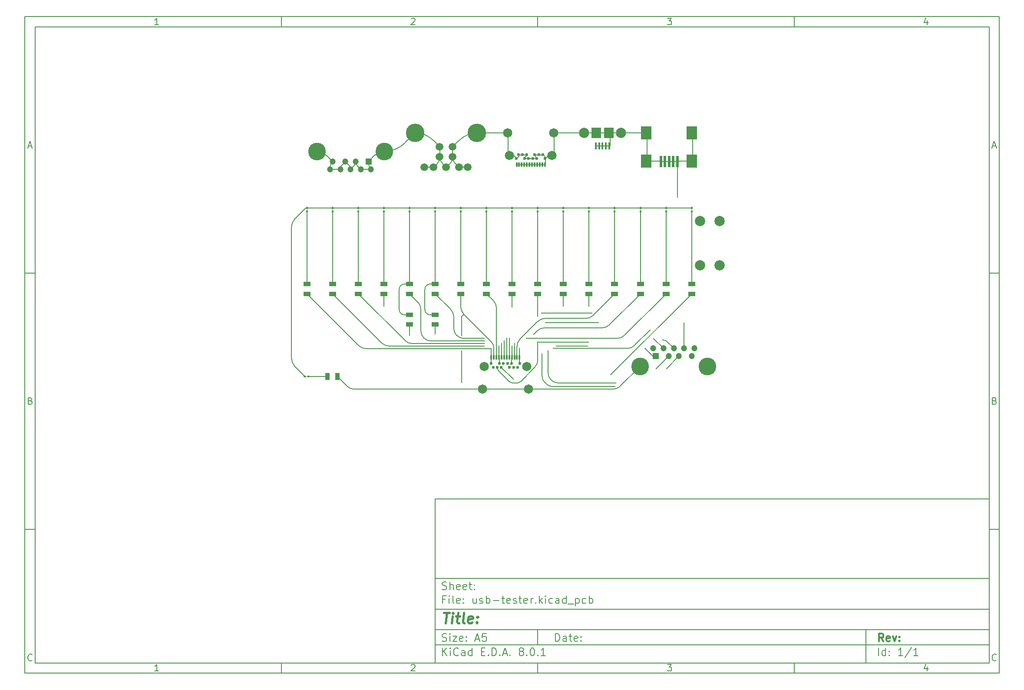
<source format=gbr>
%TF.GenerationSoftware,KiCad,Pcbnew,8.0.1*%
%TF.CreationDate,2024-04-20T18:29:45+01:00*%
%TF.ProjectId,usb-tester,7573622d-7465-4737-9465-722e6b696361,rev?*%
%TF.SameCoordinates,Original*%
%TF.FileFunction,Copper,L1,Top*%
%TF.FilePolarity,Positive*%
%FSLAX46Y46*%
G04 Gerber Fmt 4.6, Leading zero omitted, Abs format (unit mm)*
G04 Created by KiCad (PCBNEW 8.0.1) date 2024-04-20 18:29:45*
%MOMM*%
%LPD*%
G01*
G04 APERTURE LIST*
G04 Aperture macros list*
%AMRoundRect*
0 Rectangle with rounded corners*
0 $1 Rounding radius*
0 $2 $3 $4 $5 $6 $7 $8 $9 X,Y pos of 4 corners*
0 Add a 4 corners polygon primitive as box body*
4,1,4,$2,$3,$4,$5,$6,$7,$8,$9,$2,$3,0*
0 Add four circle primitives for the rounded corners*
1,1,$1+$1,$2,$3*
1,1,$1+$1,$4,$5*
1,1,$1+$1,$6,$7*
1,1,$1+$1,$8,$9*
0 Add four rect primitives between the rounded corners*
20,1,$1+$1,$2,$3,$4,$5,0*
20,1,$1+$1,$4,$5,$6,$7,0*
20,1,$1+$1,$6,$7,$8,$9,0*
20,1,$1+$1,$8,$9,$2,$3,0*%
G04 Aperture macros list end*
%ADD10C,0.100000*%
%ADD11C,0.150000*%
%ADD12C,0.300000*%
%ADD13C,0.400000*%
%TA.AperFunction,ComponentPad*%
%ADD14C,1.815000*%
%TD*%
%TA.AperFunction,ComponentPad*%
%ADD15C,0.600000*%
%TD*%
%TA.AperFunction,SMDPad,CuDef*%
%ADD16R,0.300000X0.900000*%
%TD*%
%TA.AperFunction,ComponentPad*%
%ADD17C,2.010000*%
%TD*%
%TA.AperFunction,ComponentPad*%
%ADD18C,1.993000*%
%TD*%
%TA.AperFunction,SMDPad,CuDef*%
%ADD19R,1.900000X2.000000*%
%TD*%
%TA.AperFunction,SMDPad,CuDef*%
%ADD20R,0.400000X1.400000*%
%TD*%
%TA.AperFunction,SMDPad,CuDef*%
%ADD21RoundRect,0.100000X0.100000X-0.130000X0.100000X0.130000X-0.100000X0.130000X-0.100000X-0.130000X0*%
%TD*%
%TA.AperFunction,SMDPad,CuDef*%
%ADD22R,1.400000X0.900000*%
%TD*%
%TA.AperFunction,SMDPad,CuDef*%
%ADD23R,2.000000X2.500000*%
%TD*%
%TA.AperFunction,SMDPad,CuDef*%
%ADD24R,0.500000X2.300000*%
%TD*%
%TA.AperFunction,ComponentPad*%
%ADD25C,3.450000*%
%TD*%
%TA.AperFunction,ComponentPad*%
%ADD26C,1.200000*%
%TD*%
%TA.AperFunction,ComponentPad*%
%ADD27R,1.200000X1.200000*%
%TD*%
%TA.AperFunction,ComponentPad*%
%ADD28C,3.600000*%
%TD*%
%TA.AperFunction,ComponentPad*%
%ADD29C,1.500000*%
%TD*%
%TA.AperFunction,SMDPad,CuDef*%
%ADD30R,0.900000X1.400000*%
%TD*%
%TA.AperFunction,SMDPad,CuDef*%
%ADD31RoundRect,0.100000X0.130000X0.100000X-0.130000X0.100000X-0.130000X-0.100000X0.130000X-0.100000X0*%
%TD*%
%TA.AperFunction,ViaPad*%
%ADD32C,0.300000*%
%TD*%
%TA.AperFunction,Conductor*%
%ADD33C,0.200000*%
%TD*%
%TA.AperFunction,Conductor*%
%ADD34C,0.152400*%
%TD*%
G04 APERTURE END LIST*
D10*
D11*
X90007200Y-104005800D02*
X198007200Y-104005800D01*
X198007200Y-136005800D01*
X90007200Y-136005800D01*
X90007200Y-104005800D01*
D10*
D11*
X10000000Y-10000000D02*
X200007200Y-10000000D01*
X200007200Y-138005800D01*
X10000000Y-138005800D01*
X10000000Y-10000000D01*
D10*
D11*
X12000000Y-12000000D02*
X198007200Y-12000000D01*
X198007200Y-136005800D01*
X12000000Y-136005800D01*
X12000000Y-12000000D01*
D10*
D11*
X60000000Y-12000000D02*
X60000000Y-10000000D01*
D10*
D11*
X110000000Y-12000000D02*
X110000000Y-10000000D01*
D10*
D11*
X160000000Y-12000000D02*
X160000000Y-10000000D01*
D10*
D11*
X36089160Y-11593604D02*
X35346303Y-11593604D01*
X35717731Y-11593604D02*
X35717731Y-10293604D01*
X35717731Y-10293604D02*
X35593922Y-10479319D01*
X35593922Y-10479319D02*
X35470112Y-10603128D01*
X35470112Y-10603128D02*
X35346303Y-10665033D01*
D10*
D11*
X85346303Y-10417414D02*
X85408207Y-10355509D01*
X85408207Y-10355509D02*
X85532017Y-10293604D01*
X85532017Y-10293604D02*
X85841541Y-10293604D01*
X85841541Y-10293604D02*
X85965350Y-10355509D01*
X85965350Y-10355509D02*
X86027255Y-10417414D01*
X86027255Y-10417414D02*
X86089160Y-10541223D01*
X86089160Y-10541223D02*
X86089160Y-10665033D01*
X86089160Y-10665033D02*
X86027255Y-10850747D01*
X86027255Y-10850747D02*
X85284398Y-11593604D01*
X85284398Y-11593604D02*
X86089160Y-11593604D01*
D10*
D11*
X135284398Y-10293604D02*
X136089160Y-10293604D01*
X136089160Y-10293604D02*
X135655826Y-10788842D01*
X135655826Y-10788842D02*
X135841541Y-10788842D01*
X135841541Y-10788842D02*
X135965350Y-10850747D01*
X135965350Y-10850747D02*
X136027255Y-10912652D01*
X136027255Y-10912652D02*
X136089160Y-11036461D01*
X136089160Y-11036461D02*
X136089160Y-11345985D01*
X136089160Y-11345985D02*
X136027255Y-11469795D01*
X136027255Y-11469795D02*
X135965350Y-11531700D01*
X135965350Y-11531700D02*
X135841541Y-11593604D01*
X135841541Y-11593604D02*
X135470112Y-11593604D01*
X135470112Y-11593604D02*
X135346303Y-11531700D01*
X135346303Y-11531700D02*
X135284398Y-11469795D01*
D10*
D11*
X185965350Y-10726938D02*
X185965350Y-11593604D01*
X185655826Y-10231700D02*
X185346303Y-11160271D01*
X185346303Y-11160271D02*
X186151064Y-11160271D01*
D10*
D11*
X60000000Y-136005800D02*
X60000000Y-138005800D01*
D10*
D11*
X110000000Y-136005800D02*
X110000000Y-138005800D01*
D10*
D11*
X160000000Y-136005800D02*
X160000000Y-138005800D01*
D10*
D11*
X36089160Y-137599404D02*
X35346303Y-137599404D01*
X35717731Y-137599404D02*
X35717731Y-136299404D01*
X35717731Y-136299404D02*
X35593922Y-136485119D01*
X35593922Y-136485119D02*
X35470112Y-136608928D01*
X35470112Y-136608928D02*
X35346303Y-136670833D01*
D10*
D11*
X85346303Y-136423214D02*
X85408207Y-136361309D01*
X85408207Y-136361309D02*
X85532017Y-136299404D01*
X85532017Y-136299404D02*
X85841541Y-136299404D01*
X85841541Y-136299404D02*
X85965350Y-136361309D01*
X85965350Y-136361309D02*
X86027255Y-136423214D01*
X86027255Y-136423214D02*
X86089160Y-136547023D01*
X86089160Y-136547023D02*
X86089160Y-136670833D01*
X86089160Y-136670833D02*
X86027255Y-136856547D01*
X86027255Y-136856547D02*
X85284398Y-137599404D01*
X85284398Y-137599404D02*
X86089160Y-137599404D01*
D10*
D11*
X135284398Y-136299404D02*
X136089160Y-136299404D01*
X136089160Y-136299404D02*
X135655826Y-136794642D01*
X135655826Y-136794642D02*
X135841541Y-136794642D01*
X135841541Y-136794642D02*
X135965350Y-136856547D01*
X135965350Y-136856547D02*
X136027255Y-136918452D01*
X136027255Y-136918452D02*
X136089160Y-137042261D01*
X136089160Y-137042261D02*
X136089160Y-137351785D01*
X136089160Y-137351785D02*
X136027255Y-137475595D01*
X136027255Y-137475595D02*
X135965350Y-137537500D01*
X135965350Y-137537500D02*
X135841541Y-137599404D01*
X135841541Y-137599404D02*
X135470112Y-137599404D01*
X135470112Y-137599404D02*
X135346303Y-137537500D01*
X135346303Y-137537500D02*
X135284398Y-137475595D01*
D10*
D11*
X185965350Y-136732738D02*
X185965350Y-137599404D01*
X185655826Y-136237500D02*
X185346303Y-137166071D01*
X185346303Y-137166071D02*
X186151064Y-137166071D01*
D10*
D11*
X10000000Y-60000000D02*
X12000000Y-60000000D01*
D10*
D11*
X10000000Y-110000000D02*
X12000000Y-110000000D01*
D10*
D11*
X10690476Y-35222176D02*
X11309523Y-35222176D01*
X10566666Y-35593604D02*
X10999999Y-34293604D01*
X10999999Y-34293604D02*
X11433333Y-35593604D01*
D10*
D11*
X11092857Y-84912652D02*
X11278571Y-84974557D01*
X11278571Y-84974557D02*
X11340476Y-85036461D01*
X11340476Y-85036461D02*
X11402380Y-85160271D01*
X11402380Y-85160271D02*
X11402380Y-85345985D01*
X11402380Y-85345985D02*
X11340476Y-85469795D01*
X11340476Y-85469795D02*
X11278571Y-85531700D01*
X11278571Y-85531700D02*
X11154761Y-85593604D01*
X11154761Y-85593604D02*
X10659523Y-85593604D01*
X10659523Y-85593604D02*
X10659523Y-84293604D01*
X10659523Y-84293604D02*
X11092857Y-84293604D01*
X11092857Y-84293604D02*
X11216666Y-84355509D01*
X11216666Y-84355509D02*
X11278571Y-84417414D01*
X11278571Y-84417414D02*
X11340476Y-84541223D01*
X11340476Y-84541223D02*
X11340476Y-84665033D01*
X11340476Y-84665033D02*
X11278571Y-84788842D01*
X11278571Y-84788842D02*
X11216666Y-84850747D01*
X11216666Y-84850747D02*
X11092857Y-84912652D01*
X11092857Y-84912652D02*
X10659523Y-84912652D01*
D10*
D11*
X11402380Y-135469795D02*
X11340476Y-135531700D01*
X11340476Y-135531700D02*
X11154761Y-135593604D01*
X11154761Y-135593604D02*
X11030952Y-135593604D01*
X11030952Y-135593604D02*
X10845238Y-135531700D01*
X10845238Y-135531700D02*
X10721428Y-135407890D01*
X10721428Y-135407890D02*
X10659523Y-135284080D01*
X10659523Y-135284080D02*
X10597619Y-135036461D01*
X10597619Y-135036461D02*
X10597619Y-134850747D01*
X10597619Y-134850747D02*
X10659523Y-134603128D01*
X10659523Y-134603128D02*
X10721428Y-134479319D01*
X10721428Y-134479319D02*
X10845238Y-134355509D01*
X10845238Y-134355509D02*
X11030952Y-134293604D01*
X11030952Y-134293604D02*
X11154761Y-134293604D01*
X11154761Y-134293604D02*
X11340476Y-134355509D01*
X11340476Y-134355509D02*
X11402380Y-134417414D01*
D10*
D11*
X200007200Y-60000000D02*
X198007200Y-60000000D01*
D10*
D11*
X200007200Y-110000000D02*
X198007200Y-110000000D01*
D10*
D11*
X198697676Y-35222176D02*
X199316723Y-35222176D01*
X198573866Y-35593604D02*
X199007199Y-34293604D01*
X199007199Y-34293604D02*
X199440533Y-35593604D01*
D10*
D11*
X199100057Y-84912652D02*
X199285771Y-84974557D01*
X199285771Y-84974557D02*
X199347676Y-85036461D01*
X199347676Y-85036461D02*
X199409580Y-85160271D01*
X199409580Y-85160271D02*
X199409580Y-85345985D01*
X199409580Y-85345985D02*
X199347676Y-85469795D01*
X199347676Y-85469795D02*
X199285771Y-85531700D01*
X199285771Y-85531700D02*
X199161961Y-85593604D01*
X199161961Y-85593604D02*
X198666723Y-85593604D01*
X198666723Y-85593604D02*
X198666723Y-84293604D01*
X198666723Y-84293604D02*
X199100057Y-84293604D01*
X199100057Y-84293604D02*
X199223866Y-84355509D01*
X199223866Y-84355509D02*
X199285771Y-84417414D01*
X199285771Y-84417414D02*
X199347676Y-84541223D01*
X199347676Y-84541223D02*
X199347676Y-84665033D01*
X199347676Y-84665033D02*
X199285771Y-84788842D01*
X199285771Y-84788842D02*
X199223866Y-84850747D01*
X199223866Y-84850747D02*
X199100057Y-84912652D01*
X199100057Y-84912652D02*
X198666723Y-84912652D01*
D10*
D11*
X199409580Y-135469795D02*
X199347676Y-135531700D01*
X199347676Y-135531700D02*
X199161961Y-135593604D01*
X199161961Y-135593604D02*
X199038152Y-135593604D01*
X199038152Y-135593604D02*
X198852438Y-135531700D01*
X198852438Y-135531700D02*
X198728628Y-135407890D01*
X198728628Y-135407890D02*
X198666723Y-135284080D01*
X198666723Y-135284080D02*
X198604819Y-135036461D01*
X198604819Y-135036461D02*
X198604819Y-134850747D01*
X198604819Y-134850747D02*
X198666723Y-134603128D01*
X198666723Y-134603128D02*
X198728628Y-134479319D01*
X198728628Y-134479319D02*
X198852438Y-134355509D01*
X198852438Y-134355509D02*
X199038152Y-134293604D01*
X199038152Y-134293604D02*
X199161961Y-134293604D01*
X199161961Y-134293604D02*
X199347676Y-134355509D01*
X199347676Y-134355509D02*
X199409580Y-134417414D01*
D10*
D11*
X113463026Y-131791928D02*
X113463026Y-130291928D01*
X113463026Y-130291928D02*
X113820169Y-130291928D01*
X113820169Y-130291928D02*
X114034455Y-130363357D01*
X114034455Y-130363357D02*
X114177312Y-130506214D01*
X114177312Y-130506214D02*
X114248741Y-130649071D01*
X114248741Y-130649071D02*
X114320169Y-130934785D01*
X114320169Y-130934785D02*
X114320169Y-131149071D01*
X114320169Y-131149071D02*
X114248741Y-131434785D01*
X114248741Y-131434785D02*
X114177312Y-131577642D01*
X114177312Y-131577642D02*
X114034455Y-131720500D01*
X114034455Y-131720500D02*
X113820169Y-131791928D01*
X113820169Y-131791928D02*
X113463026Y-131791928D01*
X115605884Y-131791928D02*
X115605884Y-131006214D01*
X115605884Y-131006214D02*
X115534455Y-130863357D01*
X115534455Y-130863357D02*
X115391598Y-130791928D01*
X115391598Y-130791928D02*
X115105884Y-130791928D01*
X115105884Y-130791928D02*
X114963026Y-130863357D01*
X115605884Y-131720500D02*
X115463026Y-131791928D01*
X115463026Y-131791928D02*
X115105884Y-131791928D01*
X115105884Y-131791928D02*
X114963026Y-131720500D01*
X114963026Y-131720500D02*
X114891598Y-131577642D01*
X114891598Y-131577642D02*
X114891598Y-131434785D01*
X114891598Y-131434785D02*
X114963026Y-131291928D01*
X114963026Y-131291928D02*
X115105884Y-131220500D01*
X115105884Y-131220500D02*
X115463026Y-131220500D01*
X115463026Y-131220500D02*
X115605884Y-131149071D01*
X116105884Y-130791928D02*
X116677312Y-130791928D01*
X116320169Y-130291928D02*
X116320169Y-131577642D01*
X116320169Y-131577642D02*
X116391598Y-131720500D01*
X116391598Y-131720500D02*
X116534455Y-131791928D01*
X116534455Y-131791928D02*
X116677312Y-131791928D01*
X117748741Y-131720500D02*
X117605884Y-131791928D01*
X117605884Y-131791928D02*
X117320170Y-131791928D01*
X117320170Y-131791928D02*
X117177312Y-131720500D01*
X117177312Y-131720500D02*
X117105884Y-131577642D01*
X117105884Y-131577642D02*
X117105884Y-131006214D01*
X117105884Y-131006214D02*
X117177312Y-130863357D01*
X117177312Y-130863357D02*
X117320170Y-130791928D01*
X117320170Y-130791928D02*
X117605884Y-130791928D01*
X117605884Y-130791928D02*
X117748741Y-130863357D01*
X117748741Y-130863357D02*
X117820170Y-131006214D01*
X117820170Y-131006214D02*
X117820170Y-131149071D01*
X117820170Y-131149071D02*
X117105884Y-131291928D01*
X118463026Y-131649071D02*
X118534455Y-131720500D01*
X118534455Y-131720500D02*
X118463026Y-131791928D01*
X118463026Y-131791928D02*
X118391598Y-131720500D01*
X118391598Y-131720500D02*
X118463026Y-131649071D01*
X118463026Y-131649071D02*
X118463026Y-131791928D01*
X118463026Y-130863357D02*
X118534455Y-130934785D01*
X118534455Y-130934785D02*
X118463026Y-131006214D01*
X118463026Y-131006214D02*
X118391598Y-130934785D01*
X118391598Y-130934785D02*
X118463026Y-130863357D01*
X118463026Y-130863357D02*
X118463026Y-131006214D01*
D10*
D11*
X90007200Y-132505800D02*
X198007200Y-132505800D01*
D10*
D11*
X91463026Y-134591928D02*
X91463026Y-133091928D01*
X92320169Y-134591928D02*
X91677312Y-133734785D01*
X92320169Y-133091928D02*
X91463026Y-133949071D01*
X92963026Y-134591928D02*
X92963026Y-133591928D01*
X92963026Y-133091928D02*
X92891598Y-133163357D01*
X92891598Y-133163357D02*
X92963026Y-133234785D01*
X92963026Y-133234785D02*
X93034455Y-133163357D01*
X93034455Y-133163357D02*
X92963026Y-133091928D01*
X92963026Y-133091928D02*
X92963026Y-133234785D01*
X94534455Y-134449071D02*
X94463027Y-134520500D01*
X94463027Y-134520500D02*
X94248741Y-134591928D01*
X94248741Y-134591928D02*
X94105884Y-134591928D01*
X94105884Y-134591928D02*
X93891598Y-134520500D01*
X93891598Y-134520500D02*
X93748741Y-134377642D01*
X93748741Y-134377642D02*
X93677312Y-134234785D01*
X93677312Y-134234785D02*
X93605884Y-133949071D01*
X93605884Y-133949071D02*
X93605884Y-133734785D01*
X93605884Y-133734785D02*
X93677312Y-133449071D01*
X93677312Y-133449071D02*
X93748741Y-133306214D01*
X93748741Y-133306214D02*
X93891598Y-133163357D01*
X93891598Y-133163357D02*
X94105884Y-133091928D01*
X94105884Y-133091928D02*
X94248741Y-133091928D01*
X94248741Y-133091928D02*
X94463027Y-133163357D01*
X94463027Y-133163357D02*
X94534455Y-133234785D01*
X95820170Y-134591928D02*
X95820170Y-133806214D01*
X95820170Y-133806214D02*
X95748741Y-133663357D01*
X95748741Y-133663357D02*
X95605884Y-133591928D01*
X95605884Y-133591928D02*
X95320170Y-133591928D01*
X95320170Y-133591928D02*
X95177312Y-133663357D01*
X95820170Y-134520500D02*
X95677312Y-134591928D01*
X95677312Y-134591928D02*
X95320170Y-134591928D01*
X95320170Y-134591928D02*
X95177312Y-134520500D01*
X95177312Y-134520500D02*
X95105884Y-134377642D01*
X95105884Y-134377642D02*
X95105884Y-134234785D01*
X95105884Y-134234785D02*
X95177312Y-134091928D01*
X95177312Y-134091928D02*
X95320170Y-134020500D01*
X95320170Y-134020500D02*
X95677312Y-134020500D01*
X95677312Y-134020500D02*
X95820170Y-133949071D01*
X97177313Y-134591928D02*
X97177313Y-133091928D01*
X97177313Y-134520500D02*
X97034455Y-134591928D01*
X97034455Y-134591928D02*
X96748741Y-134591928D01*
X96748741Y-134591928D02*
X96605884Y-134520500D01*
X96605884Y-134520500D02*
X96534455Y-134449071D01*
X96534455Y-134449071D02*
X96463027Y-134306214D01*
X96463027Y-134306214D02*
X96463027Y-133877642D01*
X96463027Y-133877642D02*
X96534455Y-133734785D01*
X96534455Y-133734785D02*
X96605884Y-133663357D01*
X96605884Y-133663357D02*
X96748741Y-133591928D01*
X96748741Y-133591928D02*
X97034455Y-133591928D01*
X97034455Y-133591928D02*
X97177313Y-133663357D01*
X99034455Y-133806214D02*
X99534455Y-133806214D01*
X99748741Y-134591928D02*
X99034455Y-134591928D01*
X99034455Y-134591928D02*
X99034455Y-133091928D01*
X99034455Y-133091928D02*
X99748741Y-133091928D01*
X100391598Y-134449071D02*
X100463027Y-134520500D01*
X100463027Y-134520500D02*
X100391598Y-134591928D01*
X100391598Y-134591928D02*
X100320170Y-134520500D01*
X100320170Y-134520500D02*
X100391598Y-134449071D01*
X100391598Y-134449071D02*
X100391598Y-134591928D01*
X101105884Y-134591928D02*
X101105884Y-133091928D01*
X101105884Y-133091928D02*
X101463027Y-133091928D01*
X101463027Y-133091928D02*
X101677313Y-133163357D01*
X101677313Y-133163357D02*
X101820170Y-133306214D01*
X101820170Y-133306214D02*
X101891599Y-133449071D01*
X101891599Y-133449071D02*
X101963027Y-133734785D01*
X101963027Y-133734785D02*
X101963027Y-133949071D01*
X101963027Y-133949071D02*
X101891599Y-134234785D01*
X101891599Y-134234785D02*
X101820170Y-134377642D01*
X101820170Y-134377642D02*
X101677313Y-134520500D01*
X101677313Y-134520500D02*
X101463027Y-134591928D01*
X101463027Y-134591928D02*
X101105884Y-134591928D01*
X102605884Y-134449071D02*
X102677313Y-134520500D01*
X102677313Y-134520500D02*
X102605884Y-134591928D01*
X102605884Y-134591928D02*
X102534456Y-134520500D01*
X102534456Y-134520500D02*
X102605884Y-134449071D01*
X102605884Y-134449071D02*
X102605884Y-134591928D01*
X103248742Y-134163357D02*
X103963028Y-134163357D01*
X103105885Y-134591928D02*
X103605885Y-133091928D01*
X103605885Y-133091928D02*
X104105885Y-134591928D01*
X104605884Y-134449071D02*
X104677313Y-134520500D01*
X104677313Y-134520500D02*
X104605884Y-134591928D01*
X104605884Y-134591928D02*
X104534456Y-134520500D01*
X104534456Y-134520500D02*
X104605884Y-134449071D01*
X104605884Y-134449071D02*
X104605884Y-134591928D01*
X106677313Y-133734785D02*
X106534456Y-133663357D01*
X106534456Y-133663357D02*
X106463027Y-133591928D01*
X106463027Y-133591928D02*
X106391599Y-133449071D01*
X106391599Y-133449071D02*
X106391599Y-133377642D01*
X106391599Y-133377642D02*
X106463027Y-133234785D01*
X106463027Y-133234785D02*
X106534456Y-133163357D01*
X106534456Y-133163357D02*
X106677313Y-133091928D01*
X106677313Y-133091928D02*
X106963027Y-133091928D01*
X106963027Y-133091928D02*
X107105885Y-133163357D01*
X107105885Y-133163357D02*
X107177313Y-133234785D01*
X107177313Y-133234785D02*
X107248742Y-133377642D01*
X107248742Y-133377642D02*
X107248742Y-133449071D01*
X107248742Y-133449071D02*
X107177313Y-133591928D01*
X107177313Y-133591928D02*
X107105885Y-133663357D01*
X107105885Y-133663357D02*
X106963027Y-133734785D01*
X106963027Y-133734785D02*
X106677313Y-133734785D01*
X106677313Y-133734785D02*
X106534456Y-133806214D01*
X106534456Y-133806214D02*
X106463027Y-133877642D01*
X106463027Y-133877642D02*
X106391599Y-134020500D01*
X106391599Y-134020500D02*
X106391599Y-134306214D01*
X106391599Y-134306214D02*
X106463027Y-134449071D01*
X106463027Y-134449071D02*
X106534456Y-134520500D01*
X106534456Y-134520500D02*
X106677313Y-134591928D01*
X106677313Y-134591928D02*
X106963027Y-134591928D01*
X106963027Y-134591928D02*
X107105885Y-134520500D01*
X107105885Y-134520500D02*
X107177313Y-134449071D01*
X107177313Y-134449071D02*
X107248742Y-134306214D01*
X107248742Y-134306214D02*
X107248742Y-134020500D01*
X107248742Y-134020500D02*
X107177313Y-133877642D01*
X107177313Y-133877642D02*
X107105885Y-133806214D01*
X107105885Y-133806214D02*
X106963027Y-133734785D01*
X107891598Y-134449071D02*
X107963027Y-134520500D01*
X107963027Y-134520500D02*
X107891598Y-134591928D01*
X107891598Y-134591928D02*
X107820170Y-134520500D01*
X107820170Y-134520500D02*
X107891598Y-134449071D01*
X107891598Y-134449071D02*
X107891598Y-134591928D01*
X108891599Y-133091928D02*
X109034456Y-133091928D01*
X109034456Y-133091928D02*
X109177313Y-133163357D01*
X109177313Y-133163357D02*
X109248742Y-133234785D01*
X109248742Y-133234785D02*
X109320170Y-133377642D01*
X109320170Y-133377642D02*
X109391599Y-133663357D01*
X109391599Y-133663357D02*
X109391599Y-134020500D01*
X109391599Y-134020500D02*
X109320170Y-134306214D01*
X109320170Y-134306214D02*
X109248742Y-134449071D01*
X109248742Y-134449071D02*
X109177313Y-134520500D01*
X109177313Y-134520500D02*
X109034456Y-134591928D01*
X109034456Y-134591928D02*
X108891599Y-134591928D01*
X108891599Y-134591928D02*
X108748742Y-134520500D01*
X108748742Y-134520500D02*
X108677313Y-134449071D01*
X108677313Y-134449071D02*
X108605884Y-134306214D01*
X108605884Y-134306214D02*
X108534456Y-134020500D01*
X108534456Y-134020500D02*
X108534456Y-133663357D01*
X108534456Y-133663357D02*
X108605884Y-133377642D01*
X108605884Y-133377642D02*
X108677313Y-133234785D01*
X108677313Y-133234785D02*
X108748742Y-133163357D01*
X108748742Y-133163357D02*
X108891599Y-133091928D01*
X110034455Y-134449071D02*
X110105884Y-134520500D01*
X110105884Y-134520500D02*
X110034455Y-134591928D01*
X110034455Y-134591928D02*
X109963027Y-134520500D01*
X109963027Y-134520500D02*
X110034455Y-134449071D01*
X110034455Y-134449071D02*
X110034455Y-134591928D01*
X111534456Y-134591928D02*
X110677313Y-134591928D01*
X111105884Y-134591928D02*
X111105884Y-133091928D01*
X111105884Y-133091928D02*
X110963027Y-133306214D01*
X110963027Y-133306214D02*
X110820170Y-133449071D01*
X110820170Y-133449071D02*
X110677313Y-133520500D01*
D10*
D11*
X90007200Y-129505800D02*
X198007200Y-129505800D01*
D10*
D12*
X177418853Y-131784128D02*
X176918853Y-131069842D01*
X176561710Y-131784128D02*
X176561710Y-130284128D01*
X176561710Y-130284128D02*
X177133139Y-130284128D01*
X177133139Y-130284128D02*
X177275996Y-130355557D01*
X177275996Y-130355557D02*
X177347425Y-130426985D01*
X177347425Y-130426985D02*
X177418853Y-130569842D01*
X177418853Y-130569842D02*
X177418853Y-130784128D01*
X177418853Y-130784128D02*
X177347425Y-130926985D01*
X177347425Y-130926985D02*
X177275996Y-130998414D01*
X177275996Y-130998414D02*
X177133139Y-131069842D01*
X177133139Y-131069842D02*
X176561710Y-131069842D01*
X178633139Y-131712700D02*
X178490282Y-131784128D01*
X178490282Y-131784128D02*
X178204568Y-131784128D01*
X178204568Y-131784128D02*
X178061710Y-131712700D01*
X178061710Y-131712700D02*
X177990282Y-131569842D01*
X177990282Y-131569842D02*
X177990282Y-130998414D01*
X177990282Y-130998414D02*
X178061710Y-130855557D01*
X178061710Y-130855557D02*
X178204568Y-130784128D01*
X178204568Y-130784128D02*
X178490282Y-130784128D01*
X178490282Y-130784128D02*
X178633139Y-130855557D01*
X178633139Y-130855557D02*
X178704568Y-130998414D01*
X178704568Y-130998414D02*
X178704568Y-131141271D01*
X178704568Y-131141271D02*
X177990282Y-131284128D01*
X179204567Y-130784128D02*
X179561710Y-131784128D01*
X179561710Y-131784128D02*
X179918853Y-130784128D01*
X180490281Y-131641271D02*
X180561710Y-131712700D01*
X180561710Y-131712700D02*
X180490281Y-131784128D01*
X180490281Y-131784128D02*
X180418853Y-131712700D01*
X180418853Y-131712700D02*
X180490281Y-131641271D01*
X180490281Y-131641271D02*
X180490281Y-131784128D01*
X180490281Y-130855557D02*
X180561710Y-130926985D01*
X180561710Y-130926985D02*
X180490281Y-130998414D01*
X180490281Y-130998414D02*
X180418853Y-130926985D01*
X180418853Y-130926985D02*
X180490281Y-130855557D01*
X180490281Y-130855557D02*
X180490281Y-130998414D01*
D10*
D11*
X91391598Y-131720500D02*
X91605884Y-131791928D01*
X91605884Y-131791928D02*
X91963026Y-131791928D01*
X91963026Y-131791928D02*
X92105884Y-131720500D01*
X92105884Y-131720500D02*
X92177312Y-131649071D01*
X92177312Y-131649071D02*
X92248741Y-131506214D01*
X92248741Y-131506214D02*
X92248741Y-131363357D01*
X92248741Y-131363357D02*
X92177312Y-131220500D01*
X92177312Y-131220500D02*
X92105884Y-131149071D01*
X92105884Y-131149071D02*
X91963026Y-131077642D01*
X91963026Y-131077642D02*
X91677312Y-131006214D01*
X91677312Y-131006214D02*
X91534455Y-130934785D01*
X91534455Y-130934785D02*
X91463026Y-130863357D01*
X91463026Y-130863357D02*
X91391598Y-130720500D01*
X91391598Y-130720500D02*
X91391598Y-130577642D01*
X91391598Y-130577642D02*
X91463026Y-130434785D01*
X91463026Y-130434785D02*
X91534455Y-130363357D01*
X91534455Y-130363357D02*
X91677312Y-130291928D01*
X91677312Y-130291928D02*
X92034455Y-130291928D01*
X92034455Y-130291928D02*
X92248741Y-130363357D01*
X92891597Y-131791928D02*
X92891597Y-130791928D01*
X92891597Y-130291928D02*
X92820169Y-130363357D01*
X92820169Y-130363357D02*
X92891597Y-130434785D01*
X92891597Y-130434785D02*
X92963026Y-130363357D01*
X92963026Y-130363357D02*
X92891597Y-130291928D01*
X92891597Y-130291928D02*
X92891597Y-130434785D01*
X93463026Y-130791928D02*
X94248741Y-130791928D01*
X94248741Y-130791928D02*
X93463026Y-131791928D01*
X93463026Y-131791928D02*
X94248741Y-131791928D01*
X95391598Y-131720500D02*
X95248741Y-131791928D01*
X95248741Y-131791928D02*
X94963027Y-131791928D01*
X94963027Y-131791928D02*
X94820169Y-131720500D01*
X94820169Y-131720500D02*
X94748741Y-131577642D01*
X94748741Y-131577642D02*
X94748741Y-131006214D01*
X94748741Y-131006214D02*
X94820169Y-130863357D01*
X94820169Y-130863357D02*
X94963027Y-130791928D01*
X94963027Y-130791928D02*
X95248741Y-130791928D01*
X95248741Y-130791928D02*
X95391598Y-130863357D01*
X95391598Y-130863357D02*
X95463027Y-131006214D01*
X95463027Y-131006214D02*
X95463027Y-131149071D01*
X95463027Y-131149071D02*
X94748741Y-131291928D01*
X96105883Y-131649071D02*
X96177312Y-131720500D01*
X96177312Y-131720500D02*
X96105883Y-131791928D01*
X96105883Y-131791928D02*
X96034455Y-131720500D01*
X96034455Y-131720500D02*
X96105883Y-131649071D01*
X96105883Y-131649071D02*
X96105883Y-131791928D01*
X96105883Y-130863357D02*
X96177312Y-130934785D01*
X96177312Y-130934785D02*
X96105883Y-131006214D01*
X96105883Y-131006214D02*
X96034455Y-130934785D01*
X96034455Y-130934785D02*
X96105883Y-130863357D01*
X96105883Y-130863357D02*
X96105883Y-131006214D01*
X97891598Y-131363357D02*
X98605884Y-131363357D01*
X97748741Y-131791928D02*
X98248741Y-130291928D01*
X98248741Y-130291928D02*
X98748741Y-131791928D01*
X99963026Y-130291928D02*
X99248740Y-130291928D01*
X99248740Y-130291928D02*
X99177312Y-131006214D01*
X99177312Y-131006214D02*
X99248740Y-130934785D01*
X99248740Y-130934785D02*
X99391598Y-130863357D01*
X99391598Y-130863357D02*
X99748740Y-130863357D01*
X99748740Y-130863357D02*
X99891598Y-130934785D01*
X99891598Y-130934785D02*
X99963026Y-131006214D01*
X99963026Y-131006214D02*
X100034455Y-131149071D01*
X100034455Y-131149071D02*
X100034455Y-131506214D01*
X100034455Y-131506214D02*
X99963026Y-131649071D01*
X99963026Y-131649071D02*
X99891598Y-131720500D01*
X99891598Y-131720500D02*
X99748740Y-131791928D01*
X99748740Y-131791928D02*
X99391598Y-131791928D01*
X99391598Y-131791928D02*
X99248740Y-131720500D01*
X99248740Y-131720500D02*
X99177312Y-131649071D01*
D10*
D11*
X176463026Y-134591928D02*
X176463026Y-133091928D01*
X177820170Y-134591928D02*
X177820170Y-133091928D01*
X177820170Y-134520500D02*
X177677312Y-134591928D01*
X177677312Y-134591928D02*
X177391598Y-134591928D01*
X177391598Y-134591928D02*
X177248741Y-134520500D01*
X177248741Y-134520500D02*
X177177312Y-134449071D01*
X177177312Y-134449071D02*
X177105884Y-134306214D01*
X177105884Y-134306214D02*
X177105884Y-133877642D01*
X177105884Y-133877642D02*
X177177312Y-133734785D01*
X177177312Y-133734785D02*
X177248741Y-133663357D01*
X177248741Y-133663357D02*
X177391598Y-133591928D01*
X177391598Y-133591928D02*
X177677312Y-133591928D01*
X177677312Y-133591928D02*
X177820170Y-133663357D01*
X178534455Y-134449071D02*
X178605884Y-134520500D01*
X178605884Y-134520500D02*
X178534455Y-134591928D01*
X178534455Y-134591928D02*
X178463027Y-134520500D01*
X178463027Y-134520500D02*
X178534455Y-134449071D01*
X178534455Y-134449071D02*
X178534455Y-134591928D01*
X178534455Y-133663357D02*
X178605884Y-133734785D01*
X178605884Y-133734785D02*
X178534455Y-133806214D01*
X178534455Y-133806214D02*
X178463027Y-133734785D01*
X178463027Y-133734785D02*
X178534455Y-133663357D01*
X178534455Y-133663357D02*
X178534455Y-133806214D01*
X181177313Y-134591928D02*
X180320170Y-134591928D01*
X180748741Y-134591928D02*
X180748741Y-133091928D01*
X180748741Y-133091928D02*
X180605884Y-133306214D01*
X180605884Y-133306214D02*
X180463027Y-133449071D01*
X180463027Y-133449071D02*
X180320170Y-133520500D01*
X182891598Y-133020500D02*
X181605884Y-134949071D01*
X184177313Y-134591928D02*
X183320170Y-134591928D01*
X183748741Y-134591928D02*
X183748741Y-133091928D01*
X183748741Y-133091928D02*
X183605884Y-133306214D01*
X183605884Y-133306214D02*
X183463027Y-133449071D01*
X183463027Y-133449071D02*
X183320170Y-133520500D01*
D10*
D11*
X90007200Y-125505800D02*
X198007200Y-125505800D01*
D10*
D13*
X91698928Y-126210238D02*
X92841785Y-126210238D01*
X92020357Y-128210238D02*
X92270357Y-126210238D01*
X93258452Y-128210238D02*
X93425119Y-126876904D01*
X93508452Y-126210238D02*
X93401309Y-126305476D01*
X93401309Y-126305476D02*
X93484643Y-126400714D01*
X93484643Y-126400714D02*
X93591786Y-126305476D01*
X93591786Y-126305476D02*
X93508452Y-126210238D01*
X93508452Y-126210238D02*
X93484643Y-126400714D01*
X94091786Y-126876904D02*
X94853690Y-126876904D01*
X94460833Y-126210238D02*
X94246548Y-127924523D01*
X94246548Y-127924523D02*
X94317976Y-128115000D01*
X94317976Y-128115000D02*
X94496548Y-128210238D01*
X94496548Y-128210238D02*
X94687024Y-128210238D01*
X95639405Y-128210238D02*
X95460833Y-128115000D01*
X95460833Y-128115000D02*
X95389405Y-127924523D01*
X95389405Y-127924523D02*
X95603690Y-126210238D01*
X97175119Y-128115000D02*
X96972738Y-128210238D01*
X96972738Y-128210238D02*
X96591785Y-128210238D01*
X96591785Y-128210238D02*
X96413214Y-128115000D01*
X96413214Y-128115000D02*
X96341785Y-127924523D01*
X96341785Y-127924523D02*
X96437024Y-127162619D01*
X96437024Y-127162619D02*
X96556071Y-126972142D01*
X96556071Y-126972142D02*
X96758452Y-126876904D01*
X96758452Y-126876904D02*
X97139404Y-126876904D01*
X97139404Y-126876904D02*
X97317976Y-126972142D01*
X97317976Y-126972142D02*
X97389404Y-127162619D01*
X97389404Y-127162619D02*
X97365595Y-127353095D01*
X97365595Y-127353095D02*
X96389404Y-127543571D01*
X98139405Y-128019761D02*
X98222738Y-128115000D01*
X98222738Y-128115000D02*
X98115595Y-128210238D01*
X98115595Y-128210238D02*
X98032262Y-128115000D01*
X98032262Y-128115000D02*
X98139405Y-128019761D01*
X98139405Y-128019761D02*
X98115595Y-128210238D01*
X98270357Y-126972142D02*
X98353690Y-127067380D01*
X98353690Y-127067380D02*
X98246548Y-127162619D01*
X98246548Y-127162619D02*
X98163214Y-127067380D01*
X98163214Y-127067380D02*
X98270357Y-126972142D01*
X98270357Y-126972142D02*
X98246548Y-127162619D01*
D10*
D11*
X91963026Y-123606214D02*
X91463026Y-123606214D01*
X91463026Y-124391928D02*
X91463026Y-122891928D01*
X91463026Y-122891928D02*
X92177312Y-122891928D01*
X92748740Y-124391928D02*
X92748740Y-123391928D01*
X92748740Y-122891928D02*
X92677312Y-122963357D01*
X92677312Y-122963357D02*
X92748740Y-123034785D01*
X92748740Y-123034785D02*
X92820169Y-122963357D01*
X92820169Y-122963357D02*
X92748740Y-122891928D01*
X92748740Y-122891928D02*
X92748740Y-123034785D01*
X93677312Y-124391928D02*
X93534455Y-124320500D01*
X93534455Y-124320500D02*
X93463026Y-124177642D01*
X93463026Y-124177642D02*
X93463026Y-122891928D01*
X94820169Y-124320500D02*
X94677312Y-124391928D01*
X94677312Y-124391928D02*
X94391598Y-124391928D01*
X94391598Y-124391928D02*
X94248740Y-124320500D01*
X94248740Y-124320500D02*
X94177312Y-124177642D01*
X94177312Y-124177642D02*
X94177312Y-123606214D01*
X94177312Y-123606214D02*
X94248740Y-123463357D01*
X94248740Y-123463357D02*
X94391598Y-123391928D01*
X94391598Y-123391928D02*
X94677312Y-123391928D01*
X94677312Y-123391928D02*
X94820169Y-123463357D01*
X94820169Y-123463357D02*
X94891598Y-123606214D01*
X94891598Y-123606214D02*
X94891598Y-123749071D01*
X94891598Y-123749071D02*
X94177312Y-123891928D01*
X95534454Y-124249071D02*
X95605883Y-124320500D01*
X95605883Y-124320500D02*
X95534454Y-124391928D01*
X95534454Y-124391928D02*
X95463026Y-124320500D01*
X95463026Y-124320500D02*
X95534454Y-124249071D01*
X95534454Y-124249071D02*
X95534454Y-124391928D01*
X95534454Y-123463357D02*
X95605883Y-123534785D01*
X95605883Y-123534785D02*
X95534454Y-123606214D01*
X95534454Y-123606214D02*
X95463026Y-123534785D01*
X95463026Y-123534785D02*
X95534454Y-123463357D01*
X95534454Y-123463357D02*
X95534454Y-123606214D01*
X98034455Y-123391928D02*
X98034455Y-124391928D01*
X97391597Y-123391928D02*
X97391597Y-124177642D01*
X97391597Y-124177642D02*
X97463026Y-124320500D01*
X97463026Y-124320500D02*
X97605883Y-124391928D01*
X97605883Y-124391928D02*
X97820169Y-124391928D01*
X97820169Y-124391928D02*
X97963026Y-124320500D01*
X97963026Y-124320500D02*
X98034455Y-124249071D01*
X98677312Y-124320500D02*
X98820169Y-124391928D01*
X98820169Y-124391928D02*
X99105883Y-124391928D01*
X99105883Y-124391928D02*
X99248740Y-124320500D01*
X99248740Y-124320500D02*
X99320169Y-124177642D01*
X99320169Y-124177642D02*
X99320169Y-124106214D01*
X99320169Y-124106214D02*
X99248740Y-123963357D01*
X99248740Y-123963357D02*
X99105883Y-123891928D01*
X99105883Y-123891928D02*
X98891598Y-123891928D01*
X98891598Y-123891928D02*
X98748740Y-123820500D01*
X98748740Y-123820500D02*
X98677312Y-123677642D01*
X98677312Y-123677642D02*
X98677312Y-123606214D01*
X98677312Y-123606214D02*
X98748740Y-123463357D01*
X98748740Y-123463357D02*
X98891598Y-123391928D01*
X98891598Y-123391928D02*
X99105883Y-123391928D01*
X99105883Y-123391928D02*
X99248740Y-123463357D01*
X99963026Y-124391928D02*
X99963026Y-122891928D01*
X99963026Y-123463357D02*
X100105884Y-123391928D01*
X100105884Y-123391928D02*
X100391598Y-123391928D01*
X100391598Y-123391928D02*
X100534455Y-123463357D01*
X100534455Y-123463357D02*
X100605884Y-123534785D01*
X100605884Y-123534785D02*
X100677312Y-123677642D01*
X100677312Y-123677642D02*
X100677312Y-124106214D01*
X100677312Y-124106214D02*
X100605884Y-124249071D01*
X100605884Y-124249071D02*
X100534455Y-124320500D01*
X100534455Y-124320500D02*
X100391598Y-124391928D01*
X100391598Y-124391928D02*
X100105884Y-124391928D01*
X100105884Y-124391928D02*
X99963026Y-124320500D01*
X101320169Y-123820500D02*
X102463027Y-123820500D01*
X102963027Y-123391928D02*
X103534455Y-123391928D01*
X103177312Y-122891928D02*
X103177312Y-124177642D01*
X103177312Y-124177642D02*
X103248741Y-124320500D01*
X103248741Y-124320500D02*
X103391598Y-124391928D01*
X103391598Y-124391928D02*
X103534455Y-124391928D01*
X104605884Y-124320500D02*
X104463027Y-124391928D01*
X104463027Y-124391928D02*
X104177313Y-124391928D01*
X104177313Y-124391928D02*
X104034455Y-124320500D01*
X104034455Y-124320500D02*
X103963027Y-124177642D01*
X103963027Y-124177642D02*
X103963027Y-123606214D01*
X103963027Y-123606214D02*
X104034455Y-123463357D01*
X104034455Y-123463357D02*
X104177313Y-123391928D01*
X104177313Y-123391928D02*
X104463027Y-123391928D01*
X104463027Y-123391928D02*
X104605884Y-123463357D01*
X104605884Y-123463357D02*
X104677313Y-123606214D01*
X104677313Y-123606214D02*
X104677313Y-123749071D01*
X104677313Y-123749071D02*
X103963027Y-123891928D01*
X105248741Y-124320500D02*
X105391598Y-124391928D01*
X105391598Y-124391928D02*
X105677312Y-124391928D01*
X105677312Y-124391928D02*
X105820169Y-124320500D01*
X105820169Y-124320500D02*
X105891598Y-124177642D01*
X105891598Y-124177642D02*
X105891598Y-124106214D01*
X105891598Y-124106214D02*
X105820169Y-123963357D01*
X105820169Y-123963357D02*
X105677312Y-123891928D01*
X105677312Y-123891928D02*
X105463027Y-123891928D01*
X105463027Y-123891928D02*
X105320169Y-123820500D01*
X105320169Y-123820500D02*
X105248741Y-123677642D01*
X105248741Y-123677642D02*
X105248741Y-123606214D01*
X105248741Y-123606214D02*
X105320169Y-123463357D01*
X105320169Y-123463357D02*
X105463027Y-123391928D01*
X105463027Y-123391928D02*
X105677312Y-123391928D01*
X105677312Y-123391928D02*
X105820169Y-123463357D01*
X106320170Y-123391928D02*
X106891598Y-123391928D01*
X106534455Y-122891928D02*
X106534455Y-124177642D01*
X106534455Y-124177642D02*
X106605884Y-124320500D01*
X106605884Y-124320500D02*
X106748741Y-124391928D01*
X106748741Y-124391928D02*
X106891598Y-124391928D01*
X107963027Y-124320500D02*
X107820170Y-124391928D01*
X107820170Y-124391928D02*
X107534456Y-124391928D01*
X107534456Y-124391928D02*
X107391598Y-124320500D01*
X107391598Y-124320500D02*
X107320170Y-124177642D01*
X107320170Y-124177642D02*
X107320170Y-123606214D01*
X107320170Y-123606214D02*
X107391598Y-123463357D01*
X107391598Y-123463357D02*
X107534456Y-123391928D01*
X107534456Y-123391928D02*
X107820170Y-123391928D01*
X107820170Y-123391928D02*
X107963027Y-123463357D01*
X107963027Y-123463357D02*
X108034456Y-123606214D01*
X108034456Y-123606214D02*
X108034456Y-123749071D01*
X108034456Y-123749071D02*
X107320170Y-123891928D01*
X108677312Y-124391928D02*
X108677312Y-123391928D01*
X108677312Y-123677642D02*
X108748741Y-123534785D01*
X108748741Y-123534785D02*
X108820170Y-123463357D01*
X108820170Y-123463357D02*
X108963027Y-123391928D01*
X108963027Y-123391928D02*
X109105884Y-123391928D01*
X109605883Y-124249071D02*
X109677312Y-124320500D01*
X109677312Y-124320500D02*
X109605883Y-124391928D01*
X109605883Y-124391928D02*
X109534455Y-124320500D01*
X109534455Y-124320500D02*
X109605883Y-124249071D01*
X109605883Y-124249071D02*
X109605883Y-124391928D01*
X110320169Y-124391928D02*
X110320169Y-122891928D01*
X110463027Y-123820500D02*
X110891598Y-124391928D01*
X110891598Y-123391928D02*
X110320169Y-123963357D01*
X111534455Y-124391928D02*
X111534455Y-123391928D01*
X111534455Y-122891928D02*
X111463027Y-122963357D01*
X111463027Y-122963357D02*
X111534455Y-123034785D01*
X111534455Y-123034785D02*
X111605884Y-122963357D01*
X111605884Y-122963357D02*
X111534455Y-122891928D01*
X111534455Y-122891928D02*
X111534455Y-123034785D01*
X112891599Y-124320500D02*
X112748741Y-124391928D01*
X112748741Y-124391928D02*
X112463027Y-124391928D01*
X112463027Y-124391928D02*
X112320170Y-124320500D01*
X112320170Y-124320500D02*
X112248741Y-124249071D01*
X112248741Y-124249071D02*
X112177313Y-124106214D01*
X112177313Y-124106214D02*
X112177313Y-123677642D01*
X112177313Y-123677642D02*
X112248741Y-123534785D01*
X112248741Y-123534785D02*
X112320170Y-123463357D01*
X112320170Y-123463357D02*
X112463027Y-123391928D01*
X112463027Y-123391928D02*
X112748741Y-123391928D01*
X112748741Y-123391928D02*
X112891599Y-123463357D01*
X114177313Y-124391928D02*
X114177313Y-123606214D01*
X114177313Y-123606214D02*
X114105884Y-123463357D01*
X114105884Y-123463357D02*
X113963027Y-123391928D01*
X113963027Y-123391928D02*
X113677313Y-123391928D01*
X113677313Y-123391928D02*
X113534455Y-123463357D01*
X114177313Y-124320500D02*
X114034455Y-124391928D01*
X114034455Y-124391928D02*
X113677313Y-124391928D01*
X113677313Y-124391928D02*
X113534455Y-124320500D01*
X113534455Y-124320500D02*
X113463027Y-124177642D01*
X113463027Y-124177642D02*
X113463027Y-124034785D01*
X113463027Y-124034785D02*
X113534455Y-123891928D01*
X113534455Y-123891928D02*
X113677313Y-123820500D01*
X113677313Y-123820500D02*
X114034455Y-123820500D01*
X114034455Y-123820500D02*
X114177313Y-123749071D01*
X115534456Y-124391928D02*
X115534456Y-122891928D01*
X115534456Y-124320500D02*
X115391598Y-124391928D01*
X115391598Y-124391928D02*
X115105884Y-124391928D01*
X115105884Y-124391928D02*
X114963027Y-124320500D01*
X114963027Y-124320500D02*
X114891598Y-124249071D01*
X114891598Y-124249071D02*
X114820170Y-124106214D01*
X114820170Y-124106214D02*
X114820170Y-123677642D01*
X114820170Y-123677642D02*
X114891598Y-123534785D01*
X114891598Y-123534785D02*
X114963027Y-123463357D01*
X114963027Y-123463357D02*
X115105884Y-123391928D01*
X115105884Y-123391928D02*
X115391598Y-123391928D01*
X115391598Y-123391928D02*
X115534456Y-123463357D01*
X115891599Y-124534785D02*
X117034456Y-124534785D01*
X117391598Y-123391928D02*
X117391598Y-124891928D01*
X117391598Y-123463357D02*
X117534456Y-123391928D01*
X117534456Y-123391928D02*
X117820170Y-123391928D01*
X117820170Y-123391928D02*
X117963027Y-123463357D01*
X117963027Y-123463357D02*
X118034456Y-123534785D01*
X118034456Y-123534785D02*
X118105884Y-123677642D01*
X118105884Y-123677642D02*
X118105884Y-124106214D01*
X118105884Y-124106214D02*
X118034456Y-124249071D01*
X118034456Y-124249071D02*
X117963027Y-124320500D01*
X117963027Y-124320500D02*
X117820170Y-124391928D01*
X117820170Y-124391928D02*
X117534456Y-124391928D01*
X117534456Y-124391928D02*
X117391598Y-124320500D01*
X119391599Y-124320500D02*
X119248741Y-124391928D01*
X119248741Y-124391928D02*
X118963027Y-124391928D01*
X118963027Y-124391928D02*
X118820170Y-124320500D01*
X118820170Y-124320500D02*
X118748741Y-124249071D01*
X118748741Y-124249071D02*
X118677313Y-124106214D01*
X118677313Y-124106214D02*
X118677313Y-123677642D01*
X118677313Y-123677642D02*
X118748741Y-123534785D01*
X118748741Y-123534785D02*
X118820170Y-123463357D01*
X118820170Y-123463357D02*
X118963027Y-123391928D01*
X118963027Y-123391928D02*
X119248741Y-123391928D01*
X119248741Y-123391928D02*
X119391599Y-123463357D01*
X120034455Y-124391928D02*
X120034455Y-122891928D01*
X120034455Y-123463357D02*
X120177313Y-123391928D01*
X120177313Y-123391928D02*
X120463027Y-123391928D01*
X120463027Y-123391928D02*
X120605884Y-123463357D01*
X120605884Y-123463357D02*
X120677313Y-123534785D01*
X120677313Y-123534785D02*
X120748741Y-123677642D01*
X120748741Y-123677642D02*
X120748741Y-124106214D01*
X120748741Y-124106214D02*
X120677313Y-124249071D01*
X120677313Y-124249071D02*
X120605884Y-124320500D01*
X120605884Y-124320500D02*
X120463027Y-124391928D01*
X120463027Y-124391928D02*
X120177313Y-124391928D01*
X120177313Y-124391928D02*
X120034455Y-124320500D01*
D10*
D11*
X90007200Y-119505800D02*
X198007200Y-119505800D01*
D10*
D11*
X91391598Y-121620500D02*
X91605884Y-121691928D01*
X91605884Y-121691928D02*
X91963026Y-121691928D01*
X91963026Y-121691928D02*
X92105884Y-121620500D01*
X92105884Y-121620500D02*
X92177312Y-121549071D01*
X92177312Y-121549071D02*
X92248741Y-121406214D01*
X92248741Y-121406214D02*
X92248741Y-121263357D01*
X92248741Y-121263357D02*
X92177312Y-121120500D01*
X92177312Y-121120500D02*
X92105884Y-121049071D01*
X92105884Y-121049071D02*
X91963026Y-120977642D01*
X91963026Y-120977642D02*
X91677312Y-120906214D01*
X91677312Y-120906214D02*
X91534455Y-120834785D01*
X91534455Y-120834785D02*
X91463026Y-120763357D01*
X91463026Y-120763357D02*
X91391598Y-120620500D01*
X91391598Y-120620500D02*
X91391598Y-120477642D01*
X91391598Y-120477642D02*
X91463026Y-120334785D01*
X91463026Y-120334785D02*
X91534455Y-120263357D01*
X91534455Y-120263357D02*
X91677312Y-120191928D01*
X91677312Y-120191928D02*
X92034455Y-120191928D01*
X92034455Y-120191928D02*
X92248741Y-120263357D01*
X92891597Y-121691928D02*
X92891597Y-120191928D01*
X93534455Y-121691928D02*
X93534455Y-120906214D01*
X93534455Y-120906214D02*
X93463026Y-120763357D01*
X93463026Y-120763357D02*
X93320169Y-120691928D01*
X93320169Y-120691928D02*
X93105883Y-120691928D01*
X93105883Y-120691928D02*
X92963026Y-120763357D01*
X92963026Y-120763357D02*
X92891597Y-120834785D01*
X94820169Y-121620500D02*
X94677312Y-121691928D01*
X94677312Y-121691928D02*
X94391598Y-121691928D01*
X94391598Y-121691928D02*
X94248740Y-121620500D01*
X94248740Y-121620500D02*
X94177312Y-121477642D01*
X94177312Y-121477642D02*
X94177312Y-120906214D01*
X94177312Y-120906214D02*
X94248740Y-120763357D01*
X94248740Y-120763357D02*
X94391598Y-120691928D01*
X94391598Y-120691928D02*
X94677312Y-120691928D01*
X94677312Y-120691928D02*
X94820169Y-120763357D01*
X94820169Y-120763357D02*
X94891598Y-120906214D01*
X94891598Y-120906214D02*
X94891598Y-121049071D01*
X94891598Y-121049071D02*
X94177312Y-121191928D01*
X96105883Y-121620500D02*
X95963026Y-121691928D01*
X95963026Y-121691928D02*
X95677312Y-121691928D01*
X95677312Y-121691928D02*
X95534454Y-121620500D01*
X95534454Y-121620500D02*
X95463026Y-121477642D01*
X95463026Y-121477642D02*
X95463026Y-120906214D01*
X95463026Y-120906214D02*
X95534454Y-120763357D01*
X95534454Y-120763357D02*
X95677312Y-120691928D01*
X95677312Y-120691928D02*
X95963026Y-120691928D01*
X95963026Y-120691928D02*
X96105883Y-120763357D01*
X96105883Y-120763357D02*
X96177312Y-120906214D01*
X96177312Y-120906214D02*
X96177312Y-121049071D01*
X96177312Y-121049071D02*
X95463026Y-121191928D01*
X96605883Y-120691928D02*
X97177311Y-120691928D01*
X96820168Y-120191928D02*
X96820168Y-121477642D01*
X96820168Y-121477642D02*
X96891597Y-121620500D01*
X96891597Y-121620500D02*
X97034454Y-121691928D01*
X97034454Y-121691928D02*
X97177311Y-121691928D01*
X97677311Y-121549071D02*
X97748740Y-121620500D01*
X97748740Y-121620500D02*
X97677311Y-121691928D01*
X97677311Y-121691928D02*
X97605883Y-121620500D01*
X97605883Y-121620500D02*
X97677311Y-121549071D01*
X97677311Y-121549071D02*
X97677311Y-121691928D01*
X97677311Y-120763357D02*
X97748740Y-120834785D01*
X97748740Y-120834785D02*
X97677311Y-120906214D01*
X97677311Y-120906214D02*
X97605883Y-120834785D01*
X97605883Y-120834785D02*
X97677311Y-120763357D01*
X97677311Y-120763357D02*
X97677311Y-120906214D01*
D10*
D12*
D10*
D11*
D10*
D11*
D10*
D11*
D10*
D11*
D10*
D11*
X110007200Y-129505800D02*
X110007200Y-132505800D01*
D10*
D11*
X174007200Y-129505800D02*
X174007200Y-136005800D01*
D14*
%TO.P,J1,MH4,SHIELD*%
%TO.N,GNDPWR*%
X113125000Y-32627500D03*
%TO.P,J1,MH3,SHIELD*%
X104145000Y-32627500D03*
%TO.P,J1,MH2,SHIELD*%
X104505000Y-37027500D03*
%TO.P,J1,MH1,SHIELD*%
X112765000Y-37027500D03*
D15*
%TO.P,J1,B12,GND*%
X111435000Y-37617500D03*
%TO.P,J1,B11,RX1+*%
X111035000Y-36917500D03*
%TO.P,J1,B10,RX1-*%
X110235000Y-36917500D03*
%TO.P,J1,B9,VBUS*%
X109835000Y-37617500D03*
%TO.P,J1,B8,SBU2*%
X109435000Y-36917500D03*
%TO.P,J1,B7,D-*%
X109035000Y-37617500D03*
%TO.P,J1,B6,D+*%
X108235000Y-37617500D03*
%TO.P,J1,B5,CC2*%
X107835000Y-36917500D03*
%TO.P,J1,B4,VBUS*%
X107435000Y-37617500D03*
%TO.P,J1,B3,TX2-*%
X107035000Y-36917500D03*
%TO.P,J1,B2,TX2+*%
X106235000Y-36917500D03*
%TO.P,J1,B1,GND*%
X105835000Y-37617500D03*
D16*
%TO.P,J1,A12,GND*%
X105885000Y-38827500D03*
%TO.P,J1,A11,RX2+*%
X106385000Y-38827500D03*
%TO.P,J1,A10,RX2-*%
X106885000Y-38827500D03*
%TO.P,J1,A9,VBUS*%
X107385000Y-38827500D03*
%TO.P,J1,A8,SBU1*%
X107885000Y-38827500D03*
%TO.P,J1,A7,D-*%
X108385000Y-38827500D03*
%TO.P,J1,A6,D+*%
X108885000Y-38827500D03*
%TO.P,J1,A5,CC1*%
X109385000Y-38827500D03*
%TO.P,J1,A4,VBUS*%
X109885000Y-38827500D03*
%TO.P,J1,A3,TX1-*%
X110385000Y-38827500D03*
%TO.P,J1,A2,TX1+*%
X110885000Y-38827500D03*
%TO.P,J1,A1,GND*%
X111385000Y-38827500D03*
%TD*%
%TO.P,J3,A1,GND*%
%TO.N,GND*%
X100965000Y-76427500D03*
%TO.P,J3,A2,TX1+*%
%TO.N,A2*%
X101465000Y-76427500D03*
%TO.P,J3,A3,TX1-*%
%TO.N,A3*%
X101965000Y-76427500D03*
%TO.P,J3,A4,VBUS*%
%TO.N,V_{BUS}*%
X102465000Y-76427500D03*
%TO.P,J3,A5,CC1*%
%TO.N,A5*%
X102965000Y-76427500D03*
%TO.P,J3,A6,D+*%
%TO.N,A6*%
X103465000Y-76427500D03*
%TO.P,J3,A7,D-*%
%TO.N,A7*%
X103965000Y-76427500D03*
%TO.P,J3,A8,SBU1*%
%TO.N,A8*%
X104465000Y-76427500D03*
%TO.P,J3,A9,VBUS*%
%TO.N,V_{BUS}*%
X104965000Y-76427500D03*
%TO.P,J3,A10,RX2-*%
%TO.N,A10*%
X105465000Y-76427500D03*
%TO.P,J3,A11,RX2+*%
%TO.N,A11*%
X105965000Y-76427500D03*
%TO.P,J3,A12,GND*%
%TO.N,GND*%
X106465000Y-76427500D03*
D15*
%TO.P,J3,B1,GND*%
X106515000Y-77637500D03*
%TO.P,J3,B2,TX2+*%
%TO.N,B2*%
X106115000Y-78337500D03*
%TO.P,J3,B3,TX2-*%
%TO.N,B3*%
X105315000Y-78337500D03*
%TO.P,J3,B4,VBUS*%
%TO.N,V_{BUS}*%
X104915000Y-77637500D03*
%TO.P,J3,B5,CC2*%
%TO.N,B5*%
X104515000Y-78337500D03*
%TO.P,J3,B6,D+*%
%TO.N,B6*%
X104115000Y-77637500D03*
%TO.P,J3,B7,D-*%
%TO.N,B7*%
X103315000Y-77637500D03*
%TO.P,J3,B8,SBU2*%
%TO.N,B8*%
X102915000Y-78337500D03*
%TO.P,J3,B9,VBUS*%
%TO.N,V_{BUS}*%
X102515000Y-77637500D03*
%TO.P,J3,B10,RX1-*%
%TO.N,B10*%
X102115000Y-78337500D03*
%TO.P,J3,B11,RX1+*%
%TO.N,B11*%
X101315000Y-78337500D03*
%TO.P,J3,B12,GND*%
%TO.N,GND*%
X100915000Y-77637500D03*
D14*
%TO.P,J3,MH1*%
%TO.N,N/C*%
X99585000Y-78227500D03*
%TO.P,J3,MH2*%
X107845000Y-78227500D03*
%TO.P,J3,MH3,SHIELD*%
%TO.N,SHIELD*%
X108205000Y-82627500D03*
%TO.P,J3,MH4,SHIELD*%
X99225000Y-82627500D03*
%TD*%
D17*
%TO.P,J8,MH4*%
%TO.N,N/C*%
X141645000Y-49837500D03*
%TO.P,J8,MH3*%
X145445000Y-49837500D03*
%TO.P,J8,MH2*%
X145445000Y-58477500D03*
%TO.P,J8,MH1*%
X141645000Y-58477500D03*
%TD*%
D18*
%TO.P,J5,9,Shield*%
%TO.N,GNDPWR*%
X119060000Y-32627500D03*
%TO.P,J5,8,Shield*%
X126210000Y-32627500D03*
D19*
%TO.P,J5,7,Shield*%
X121435000Y-32627500D03*
%TO.P,J5,6,Shield*%
X123835000Y-32627500D03*
D20*
%TO.P,J5,5,GND*%
X121335000Y-35177500D03*
%TO.P,J5,4,ID*%
X121985000Y-35177500D03*
%TO.P,J5,3,D+*%
X122635000Y-35177500D03*
%TO.P,J5,2,D-*%
X123285000Y-35177500D03*
%TO.P,J5,1,VBUS*%
X123935000Y-35177500D03*
%TD*%
D21*
%TO.P,R9,1*%
%TO.N,Net-(LED9-A)*%
X100015000Y-47947500D03*
%TO.P,R9,2*%
%TO.N,+3V3*%
X100015000Y-47307500D03*
%TD*%
D22*
%TO.P,LED11,1,K*%
%TO.N,B6*%
X85015000Y-70027500D03*
%TO.P,LED11,2,A*%
%TO.N,Net-(LED11-A)*%
X85015000Y-68127500D03*
%TD*%
D21*
%TO.P,R5,1*%
%TO.N,Net-(LED5-A)*%
X120015000Y-47947500D03*
%TO.P,R5,2*%
%TO.N,+3V3*%
X120015000Y-47307500D03*
%TD*%
D22*
%TO.P,LED5,1,K*%
%TO.N,B3*%
X120015000Y-64027500D03*
%TO.P,LED5,2,A*%
%TO.N,Net-(LED5-A)*%
X120015000Y-62127500D03*
%TD*%
D21*
%TO.P,R13,1*%
%TO.N,Net-(LED13-A)*%
X80015000Y-47947500D03*
%TO.P,R13,2*%
%TO.N,+3V3*%
X80015000Y-47307500D03*
%TD*%
%TO.P,R3,1*%
%TO.N,Net-(LED3-A)*%
X130015000Y-47947500D03*
%TO.P,R3,2*%
%TO.N,+3V3*%
X130015000Y-47307500D03*
%TD*%
%TO.P,R6,1*%
%TO.N,Net-(LED6-A)*%
X115015000Y-47947500D03*
%TO.P,R6,2*%
%TO.N,+3V3*%
X115015000Y-47307500D03*
%TD*%
D22*
%TO.P,LED3,1,K*%
%TO.N,A10*%
X130015000Y-64027500D03*
%TO.P,LED3,2,A*%
%TO.N,Net-(LED3-A)*%
X130015000Y-62127500D03*
%TD*%
D23*
%TO.P,J6,9,Shield*%
%TO.N,GNDPWR*%
X140085000Y-38127500D03*
%TO.P,J6,8,Shield*%
X140085000Y-32627500D03*
%TO.P,J6,7,Shield*%
X131185000Y-38127500D03*
%TO.P,J6,6,Shield*%
X131185000Y-32627500D03*
D24*
%TO.P,J6,5,GND*%
X134035000Y-38227500D03*
%TO.P,J6,4,ID*%
X134835000Y-38227500D03*
%TO.P,J6,3,D+*%
X135635000Y-38227500D03*
%TO.P,J6,2,D-*%
X136435000Y-38227500D03*
%TO.P,J6,1,VBUS*%
X137235000Y-38227500D03*
%TD*%
D22*
%TO.P,LED14,1,K*%
%TO.N,A5*%
X75015000Y-64027500D03*
%TO.P,LED14,2,A*%
%TO.N,Net-(LED14-A)*%
X75015000Y-62127500D03*
%TD*%
D25*
%TO.P,J7,MH2,SHIELD*%
%TO.N,GNDPWR*%
X66945000Y-36257500D03*
%TO.P,J7,MH1,SHIELD*%
X80085000Y-36257500D03*
D26*
%TO.P,J7,9,SSTX+*%
X77515000Y-39757500D03*
%TO.P,J7,8,SSTX-*%
X75515000Y-39757500D03*
%TO.P,J7,7,DRAIN*%
X73515000Y-39757500D03*
%TO.P,J7,6,SSRX+*%
X71515000Y-39757500D03*
%TO.P,J7,5,SSRX-*%
X69515000Y-39757500D03*
%TO.P,J7,4,GND*%
X70015000Y-38257500D03*
%TO.P,J7,3,D+*%
X72515000Y-38257500D03*
%TO.P,J7,2,D-*%
X74515000Y-38257500D03*
D27*
%TO.P,J7,1,VBUS*%
X77015000Y-38257500D03*
%TD*%
%TO.P,J4,1,VBUS*%
%TO.N,V_{BUS}*%
X133035000Y-76177500D03*
D26*
%TO.P,J4,2,D-*%
%TO.N,A6*%
X135535000Y-76177500D03*
%TO.P,J4,3,D+*%
%TO.N,A7*%
X137535000Y-76177500D03*
%TO.P,J4,4,GND*%
%TO.N,GND*%
X140035000Y-76177500D03*
%TO.P,J4,5,SSRX-*%
%TO.N,B10*%
X140535000Y-74677500D03*
%TO.P,J4,6,SSRX+*%
%TO.N,B11*%
X138535000Y-74677500D03*
%TO.P,J4,7,DRAIN*%
%TO.N,GND*%
X136535000Y-74677500D03*
%TO.P,J4,8,SSTX-*%
%TO.N,A3*%
X134535000Y-74677500D03*
%TO.P,J4,9,SSTX+*%
%TO.N,A2*%
X132535000Y-74677500D03*
D25*
%TO.P,J4,MH1,SHIELD*%
%TO.N,SHIELD*%
X129965000Y-78177500D03*
%TO.P,J4,MH2,SHIELD*%
X143105000Y-78177500D03*
%TD*%
D21*
%TO.P,R1,1*%
%TO.N,Net-(LED1-A)*%
X140015000Y-47947500D03*
%TO.P,R1,2*%
%TO.N,+3V3*%
X140015000Y-47307500D03*
%TD*%
D22*
%TO.P,LED9,1,K*%
%TO.N,A3*%
X100015000Y-64027500D03*
%TO.P,LED9,2,A*%
%TO.N,Net-(LED9-A)*%
X100015000Y-62127500D03*
%TD*%
D21*
%TO.P,R8,1*%
%TO.N,Net-(LED8-A)*%
X105015000Y-47947500D03*
%TO.P,R8,2*%
%TO.N,+3V3*%
X105015000Y-47307500D03*
%TD*%
D22*
%TO.P,LED1,1,K*%
%TO.N,B8*%
X140015000Y-64027500D03*
%TO.P,LED1,2,A*%
%TO.N,Net-(LED1-A)*%
X140015000Y-62127500D03*
%TD*%
%TO.P,LED4,1,K*%
%TO.N,A11*%
X125015000Y-64027500D03*
%TO.P,LED4,2,A*%
%TO.N,Net-(LED4-A)*%
X125015000Y-62127500D03*
%TD*%
D28*
%TO.P,J2,11,SHIELD*%
%TO.N,GNDPWR*%
X98155000Y-32627500D03*
%TO.P,J2,10,SHIELD*%
X86115000Y-32627500D03*
D29*
%TO.P,J2,9,SSRX+*%
X87885000Y-39337500D03*
%TO.P,J2,8,SSRX-*%
X89635000Y-39337500D03*
%TO.P,J2,7,DRAIN*%
X92135000Y-39337500D03*
%TO.P,J2,6,SSTX+*%
X94635000Y-39337500D03*
%TO.P,J2,5,SSTX-*%
X96385000Y-39337500D03*
%TO.P,J2,4,GND*%
X90885000Y-35337500D03*
%TO.P,J2,3,D+*%
X93385000Y-35337500D03*
%TO.P,J2,2,D-*%
X93385000Y-37337500D03*
%TO.P,J2,1,VBUS*%
X90885000Y-37337500D03*
%TD*%
D22*
%TO.P,LED16,1,K*%
%TO.N,GND*%
X65015000Y-64027500D03*
%TO.P,LED16,2,A*%
%TO.N,Net-(LED16-A)*%
X65015000Y-62127500D03*
%TD*%
D21*
%TO.P,R16,1*%
%TO.N,Net-(LED16-A)*%
X65015000Y-47947500D03*
%TO.P,R16,2*%
%TO.N,+3V3*%
X65015000Y-47307500D03*
%TD*%
D22*
%TO.P,LED13,1,K*%
%TO.N,B5*%
X80015000Y-64027500D03*
%TO.P,LED13,2,A*%
%TO.N,Net-(LED13-A)*%
X80015000Y-62127500D03*
%TD*%
%TO.P,LED17,1,K*%
%TO.N,A7*%
X90015000Y-64027500D03*
%TO.P,LED17,2,A*%
%TO.N,Net-(LED17-A)*%
X90015000Y-62127500D03*
%TD*%
%TO.P,LED8,1,K*%
%TO.N,B11*%
X105015000Y-64027500D03*
%TO.P,LED8,2,A*%
%TO.N,Net-(LED8-A)*%
X105015000Y-62127500D03*
%TD*%
%TO.P,LED18,1,K*%
%TO.N,B7*%
X90015000Y-70027500D03*
%TO.P,LED18,2,A*%
%TO.N,Net-(LED17-A)*%
X90015000Y-68127500D03*
%TD*%
%TO.P,LED12,1,K*%
%TO.N,A6*%
X85015000Y-64027500D03*
%TO.P,LED12,2,A*%
%TO.N,Net-(LED11-A)*%
X85015000Y-62127500D03*
%TD*%
D21*
%TO.P,R4,1*%
%TO.N,Net-(LED4-A)*%
X125015000Y-47947500D03*
%TO.P,R4,2*%
%TO.N,+3V3*%
X125015000Y-47307500D03*
%TD*%
D30*
%TO.P,LED19,1,K*%
%TO.N,SHIELD*%
X70915000Y-80127500D03*
%TO.P,LED19,2,A*%
%TO.N,Net-(LED19-A)*%
X69015000Y-80127500D03*
%TD*%
D22*
%TO.P,LED6,1,K*%
%TO.N,B2*%
X115015000Y-64027500D03*
%TO.P,LED6,2,A*%
%TO.N,Net-(LED6-A)*%
X115015000Y-62127500D03*
%TD*%
D21*
%TO.P,R2,1*%
%TO.N,Net-(LED2-A)*%
X135015000Y-47947500D03*
%TO.P,R2,2*%
%TO.N,+3V3*%
X135015000Y-47307500D03*
%TD*%
%TO.P,R15,1*%
%TO.N,Net-(LED15-A)*%
X70015000Y-47947500D03*
%TO.P,R15,2*%
%TO.N,+3V3*%
X70015000Y-47307500D03*
%TD*%
%TO.P,R12,1*%
%TO.N,Net-(LED11-A)*%
X85015000Y-47947500D03*
%TO.P,R12,2*%
%TO.N,+3V3*%
X85015000Y-47307500D03*
%TD*%
%TO.P,R10,1*%
%TO.N,Net-(LED10-A)*%
X95015000Y-47947500D03*
%TO.P,R10,2*%
%TO.N,+3V3*%
X95015000Y-47307500D03*
%TD*%
D22*
%TO.P,LED7,1,K*%
%TO.N,B10*%
X110015000Y-64027500D03*
%TO.P,LED7,2,A*%
%TO.N,Net-(LED7-A)*%
X110015000Y-62127500D03*
%TD*%
D21*
%TO.P,R7,1*%
%TO.N,Net-(LED7-A)*%
X110015000Y-47947500D03*
%TO.P,R7,2*%
%TO.N,+3V3*%
X110015000Y-47307500D03*
%TD*%
D22*
%TO.P,LED10,1,K*%
%TO.N,A2*%
X95015000Y-64027500D03*
%TO.P,LED10,2,A*%
%TO.N,Net-(LED10-A)*%
X95015000Y-62127500D03*
%TD*%
D21*
%TO.P,R11,1*%
%TO.N,Net-(LED17-A)*%
X90015000Y-47947500D03*
%TO.P,R11,2*%
%TO.N,+3V3*%
X90015000Y-47307500D03*
%TD*%
%TO.P,R14,1*%
%TO.N,Net-(LED14-A)*%
X75015000Y-47947500D03*
%TO.P,R14,2*%
%TO.N,+3V3*%
X75015000Y-47307500D03*
%TD*%
D31*
%TO.P,R17,1*%
%TO.N,Net-(LED19-A)*%
X65285000Y-80127500D03*
%TO.P,R17,2*%
%TO.N,+3V3*%
X64645000Y-80127500D03*
%TD*%
D22*
%TO.P,LED2,1,K*%
%TO.N,A8*%
X135015000Y-64027500D03*
%TO.P,LED2,2,A*%
%TO.N,Net-(LED2-A)*%
X135015000Y-62127500D03*
%TD*%
%TO.P,LED15,1,K*%
%TO.N,V_{BUS}*%
X70015000Y-64027500D03*
%TO.P,LED15,2,A*%
%TO.N,Net-(LED15-A)*%
X70015000Y-62127500D03*
%TD*%
D32*
%TO.N,V_{BUS}*%
X130896432Y-74629407D03*
%TO.N,+3V3*%
X136665000Y-47327500D03*
%TO.N,A6*%
X99615000Y-73227500D03*
X125265000Y-81427500D03*
X133065000Y-78627500D03*
X103465000Y-75127500D03*
X103465000Y-73227500D03*
X112015000Y-75127500D03*
%TO.N,GND*%
X100965000Y-74727500D03*
X113015000Y-74677500D03*
X134395000Y-73077500D03*
X131915000Y-71077500D03*
X106465000Y-74677500D03*
%TO.N,A8*%
X104465000Y-72727500D03*
X107765000Y-72727500D03*
%TO.N,A3*%
X110725000Y-67827500D03*
X120596801Y-67809301D03*
X132635000Y-72777500D03*
X101965000Y-71277500D03*
%TO.N,B5*%
X80015000Y-66427500D03*
%TO.N,A7*%
X103965000Y-75777500D03*
X110815000Y-75777500D03*
X103965000Y-72727500D03*
X135115000Y-78627500D03*
X125057881Y-82130667D03*
X99615000Y-72727500D03*
%TO.N,A5*%
X99615000Y-73727500D03*
X102965000Y-73727500D03*
%TO.N,B8*%
X124190000Y-79852500D03*
X105205000Y-80627500D03*
%TO.N,A10*%
X109215000Y-71927500D03*
X105465000Y-73727500D03*
%TO.N,B11*%
X138535000Y-69700000D03*
X121800000Y-69650000D03*
X111550000Y-69650000D03*
X105015000Y-66577500D03*
%TO.N,V_{BUS}*%
X119765000Y-74227500D03*
X113665000Y-74227500D03*
X102465000Y-74227500D03*
X99615000Y-74227500D03*
X104965000Y-74227500D03*
%TO.N,B7*%
X90015000Y-71827500D03*
%TO.N,A2*%
X95165000Y-75177500D03*
X95165000Y-81377500D03*
X95166576Y-72208744D03*
%TO.N,B10*%
X110015000Y-73500000D03*
X110015000Y-68377500D03*
X119915000Y-73500000D03*
%TO.N,B6*%
X85015000Y-72127500D03*
%TO.N,B3*%
X120015000Y-66427500D03*
%TO.N,B2*%
X115015000Y-66427500D03*
%TO.N,GNDPWR*%
X137235000Y-45157500D03*
%TD*%
D33*
%TO.N,GND*%
X127486573Y-74677500D02*
G75*
G03*
X128900801Y-74091727I27J2000000D01*
G01*
X113015000Y-74677500D02*
X127486573Y-74677500D01*
X128900787Y-74091713D02*
X131915000Y-71077500D01*
%TO.N,B11*%
X111550000Y-69650000D02*
X121800000Y-69650000D01*
%TO.N,GND*%
X75129215Y-74141713D02*
G75*
G03*
X76543427Y-74727480I1414185J1414213D01*
G01*
X100965000Y-74727500D02*
X100965000Y-76427500D01*
X76543427Y-74727500D02*
X100965000Y-74727500D01*
X65015000Y-64027500D02*
X75129214Y-74141714D01*
%TO.N,B11*%
X138535000Y-69700000D02*
X138535000Y-74677500D01*
%TO.N,V_{BUS}*%
X132444525Y-76177500D02*
X130896432Y-74629407D01*
X133035000Y-76177500D02*
X132444525Y-76177500D01*
%TO.N,+3V3*%
X62015000Y-50935928D02*
G75*
G02*
X62600773Y-49521700I2000000J28D01*
G01*
X64645000Y-80127500D02*
X62600786Y-78083286D01*
X62600787Y-49521714D02*
X64815001Y-47307500D01*
X64815001Y-47307500D02*
X65015000Y-47307500D01*
X62600787Y-78083285D02*
G75*
G02*
X62015020Y-76669073I1414213J1414185D01*
G01*
X62015000Y-76669073D02*
X62015000Y-50935928D01*
%TO.N,B8*%
X105205000Y-80627500D02*
X102915000Y-78337500D01*
%TO.N,A7*%
X110815000Y-79964758D02*
G75*
G03*
X111400766Y-81378993I2000000J-42D01*
G01*
X112980909Y-82130667D02*
G75*
G02*
X111566698Y-81544879I-9J1999967D01*
G01*
%TO.N,A6*%
X114015000Y-81427500D02*
G75*
G02*
X112015000Y-79427500I0J2000000D01*
G01*
%TO.N,B8*%
X124190000Y-79852500D02*
X140015000Y-64027500D01*
%TO.N,A3*%
X132635000Y-72777500D02*
X134535000Y-74677500D01*
%TO.N,GND*%
X134727893Y-73077500D02*
G75*
G02*
X135081450Y-73223944I7J-500000D01*
G01*
X134395000Y-73077500D02*
X134727893Y-73077500D01*
X135081447Y-73223947D02*
X136535000Y-74677500D01*
%TO.N,A3*%
X120578602Y-67827500D02*
X120596801Y-67809301D01*
X110725000Y-67827500D02*
X120578602Y-67827500D01*
%TO.N,+3V3*%
X139930000Y-47327500D02*
X136665000Y-47327500D01*
X136665000Y-47327500D02*
X65100000Y-47327500D01*
X65100000Y-47327500D02*
X65015000Y-47412500D01*
X140015000Y-47412500D02*
X139930000Y-47327500D01*
%TO.N,Net-(LED1-A)*%
X140015000Y-48052500D02*
X140015000Y-62127500D01*
%TO.N,Net-(LED2-A)*%
X135015000Y-48052500D02*
X135015000Y-62127500D01*
%TO.N,Net-(LED3-A)*%
X130015000Y-48052500D02*
X130015000Y-62127500D01*
%TO.N,Net-(LED4-A)*%
X125015000Y-48052500D02*
X125015000Y-62127500D01*
%TO.N,Net-(LED5-A)*%
X120015000Y-48052500D02*
X120015000Y-62127500D01*
%TO.N,Net-(LED6-A)*%
X115015000Y-48052500D02*
X115015000Y-62127500D01*
%TO.N,Net-(LED7-A)*%
X110015000Y-48052500D02*
X110015000Y-62127500D01*
%TO.N,Net-(LED8-A)*%
X105015000Y-48052500D02*
X105015000Y-62127500D01*
%TO.N,Net-(LED9-A)*%
X100015000Y-48052500D02*
X100015000Y-62127500D01*
%TO.N,Net-(LED10-A)*%
X95015000Y-48052500D02*
X95015000Y-62127500D01*
%TO.N,Net-(LED11-A)*%
X85012833Y-68125333D02*
X85015000Y-68127500D01*
X85015000Y-48052500D02*
X85015000Y-62127500D01*
X85015000Y-68127500D02*
X85015000Y-68127500D01*
X83916722Y-68125333D02*
X85012833Y-68125333D01*
X83015000Y-63127500D02*
X83015000Y-67127500D01*
X85015000Y-62127500D02*
X85015000Y-62127500D01*
X85015000Y-62127500D02*
X84015000Y-62127500D01*
X83015001Y-67127500D02*
G75*
G03*
X83916719Y-68125360I1005199J2000D01*
G01*
X84015000Y-62127500D02*
G75*
G03*
X83015000Y-63127500I0J-1000000D01*
G01*
%TO.N,Net-(LED13-A)*%
X80015000Y-48052500D02*
X80015000Y-62127500D01*
%TO.N,Net-(LED14-A)*%
X75015000Y-48052500D02*
X75015000Y-62127500D01*
%TO.N,Net-(LED15-A)*%
X70015000Y-48052500D02*
X70015000Y-62127500D01*
%TO.N,Net-(LED16-A)*%
X65015000Y-48052500D02*
X65015000Y-62127500D01*
%TO.N,A6*%
X89215000Y-73227500D02*
X99615000Y-73227500D01*
X133085000Y-78627500D02*
X135535000Y-76177500D01*
X87215000Y-67055927D02*
X87215000Y-71227500D01*
X112015000Y-75127500D02*
X112015000Y-79427500D01*
X114015000Y-81427500D02*
X125265000Y-81427500D01*
X133065000Y-78627500D02*
X133085000Y-78627500D01*
X103465000Y-76427500D02*
X103465000Y-73227500D01*
X85015000Y-64027500D02*
X86629214Y-65641714D01*
X89215000Y-73227500D02*
G75*
G02*
X87215000Y-71227500I0J2000000D01*
G01*
X86629213Y-65641715D02*
G75*
G02*
X87214980Y-67055927I-1414213J-1414185D01*
G01*
D34*
%TO.N,GND*%
X106465000Y-76614527D02*
X106465000Y-76427500D01*
X106390000Y-77177500D02*
X106390000Y-77512500D01*
X106390000Y-77512500D02*
X106515000Y-77637500D01*
X106391200Y-77176300D02*
X106391200Y-76688327D01*
D33*
X106465000Y-76427500D02*
X106465000Y-74677500D01*
D34*
X106391200Y-76688327D02*
X106465000Y-76614527D01*
D33*
X100915000Y-76477500D02*
X100965000Y-76427500D01*
X100915000Y-77637500D02*
X100915000Y-76477500D01*
%TO.N,A8*%
X126900787Y-72141713D02*
X135015000Y-64027500D01*
X104465000Y-76427500D02*
X104465000Y-72727500D01*
X107765000Y-72727500D02*
X125486573Y-72727500D01*
X125486573Y-72727500D02*
G75*
G03*
X126900801Y-72141727I27J2000000D01*
G01*
%TO.N,A11*%
X105965000Y-74305927D02*
X105965000Y-76427500D01*
X125015000Y-64027500D02*
X120800787Y-68241713D01*
X119386573Y-68827500D02*
X111443427Y-68827500D01*
X110029213Y-69413287D02*
X106550786Y-72891714D01*
X111443427Y-68827500D02*
G75*
G03*
X110029199Y-69413273I-27J-2000000D01*
G01*
X105965000Y-74305927D02*
G75*
G02*
X106550772Y-72891700I2000000J27D01*
G01*
X120800786Y-68241712D02*
G75*
G02*
X119386573Y-68827480I-1414186J1414212D01*
G01*
%TO.N,A3*%
X101336116Y-65348616D02*
X100015000Y-64027500D01*
X101965000Y-71277500D02*
X101965000Y-66866875D01*
X101965000Y-76427500D02*
X101965000Y-71277500D01*
X101965000Y-66866875D02*
G75*
G03*
X101336095Y-65348637I-2147100J-25D01*
G01*
%TO.N,B5*%
X80015000Y-66427500D02*
X80015000Y-64027500D01*
%TO.N,A7*%
X90015000Y-64027500D02*
X93029214Y-67041714D01*
X103965000Y-76427500D02*
X103965000Y-75777500D01*
X99615000Y-72727500D02*
X95615000Y-72727500D01*
X110815000Y-75777500D02*
X110815000Y-79964758D01*
X135115000Y-78597500D02*
X135115000Y-78627500D01*
X111400787Y-81378972D02*
X111566696Y-81544881D01*
X137535000Y-76177500D02*
X135115000Y-78597500D01*
X93615000Y-68455927D02*
X93615000Y-70727500D01*
X103965000Y-75777500D02*
X103965000Y-72727500D01*
X112980909Y-82130667D02*
X125057881Y-82130667D01*
X93615000Y-68455927D02*
G75*
G03*
X93029228Y-67041700I-2000000J27D01*
G01*
X95615000Y-72727500D02*
G75*
G02*
X93615000Y-70727500I0J2000000D01*
G01*
%TO.N,A5*%
X99615000Y-73727500D02*
X85543427Y-73727500D01*
X102965000Y-73727500D02*
X102965000Y-76427500D01*
X84129213Y-73141713D02*
X75015000Y-64027500D01*
X85543427Y-73727500D02*
G75*
G02*
X84129199Y-73141727I-27J2000000D01*
G01*
%TO.N,A10*%
X111293427Y-70677500D02*
X122536573Y-70677500D01*
X105465000Y-76427500D02*
X105465000Y-73727500D01*
X109215000Y-71927500D02*
X109879214Y-71263286D01*
X123950787Y-70091713D02*
X130015000Y-64027500D01*
X109879215Y-71263287D02*
G75*
G02*
X111293427Y-70677520I1414185J-1414213D01*
G01*
X123950786Y-70091712D02*
G75*
G02*
X122536573Y-70677480I-1414186J1414212D01*
G01*
%TO.N,B11*%
X105015000Y-66577500D02*
X105015000Y-64027500D01*
%TO.N,Net-(LED17-A)*%
X90015000Y-62127500D02*
X90015000Y-62127500D01*
X88015000Y-63127500D02*
X88015000Y-67127500D01*
X90015000Y-68127500D02*
X90015000Y-68127500D01*
X90012833Y-68125333D02*
X90015000Y-68127500D01*
X90015000Y-62127500D02*
X89015000Y-62127500D01*
X88916722Y-68125333D02*
X90012833Y-68125333D01*
X90015000Y-47992500D02*
X90015000Y-62127500D01*
X88015001Y-67127500D02*
G75*
G03*
X88916719Y-68125360I1005199J2000D01*
G01*
X89015000Y-62127500D02*
G75*
G03*
X88015000Y-63127500I0J-1000000D01*
G01*
%TO.N,V_{BUS}*%
X104915000Y-77637500D02*
X104915000Y-76477500D01*
X102515000Y-76477500D02*
X102465000Y-76427500D01*
X104915000Y-76477500D02*
X104965000Y-76427500D01*
X79629213Y-73641713D02*
X70015000Y-64027500D01*
X119765000Y-74227500D02*
X113665000Y-74227500D01*
X104965000Y-74227500D02*
X104965000Y-76427500D01*
X102515000Y-77637500D02*
X102515000Y-76477500D01*
X102465000Y-76427500D02*
X102465000Y-74227500D01*
X99615000Y-74227500D02*
X81043427Y-74227500D01*
X79629214Y-73641712D02*
G75*
G03*
X81043427Y-74227480I1414186J1414212D01*
G01*
%TO.N,SHIELD*%
X99225000Y-82627500D02*
X74243427Y-82627500D01*
X72829213Y-82041713D02*
X70915000Y-80127500D01*
X99225000Y-82627500D02*
X108205000Y-82627500D01*
X108205000Y-82627500D02*
X124686573Y-82627500D01*
X126100787Y-82041713D02*
X129965000Y-78177500D01*
X126100786Y-82041712D02*
G75*
G02*
X124686573Y-82627480I-1414186J1414212D01*
G01*
X74243427Y-82627500D02*
G75*
G02*
X72829199Y-82041727I-27J2000000D01*
G01*
%TO.N,Net-(LED19-A)*%
X69015000Y-80127500D02*
X65285000Y-80127500D01*
%TO.N,B7*%
X90015000Y-71827500D02*
X90015000Y-70027500D01*
%TO.N,A2*%
X95015000Y-64027500D02*
X95015000Y-66599073D01*
X95600786Y-68013286D02*
X100879214Y-73291714D01*
X101465000Y-74705927D02*
X101465000Y-76427500D01*
X95166576Y-68447496D02*
X95600786Y-68013286D01*
X95166576Y-72208744D02*
X95166576Y-68447496D01*
X95165000Y-81377500D02*
X95165000Y-75177500D01*
X95015000Y-66599073D02*
G75*
G03*
X95600772Y-68013300I2000000J-27D01*
G01*
X101465000Y-74705927D02*
G75*
G03*
X100879228Y-73291700I-2000000J27D01*
G01*
%TO.N,B10*%
X102115000Y-78337500D02*
X102115000Y-78347550D01*
X119915000Y-73500000D02*
X110015000Y-73500000D01*
X106645556Y-81134607D02*
X109455977Y-78324186D01*
X110015000Y-68377500D02*
X110015000Y-64027500D01*
X105194950Y-81427500D02*
X105938449Y-81427500D01*
X110015000Y-76974585D02*
X110015000Y-73527500D01*
X102407893Y-79054657D02*
X104487843Y-81134607D01*
X110015000Y-76974585D02*
G75*
G02*
X109455980Y-78324189I-1908600J-15D01*
G01*
X105194950Y-81427500D02*
G75*
G02*
X104487818Y-81134632I-50J1000000D01*
G01*
X105938449Y-81427500D02*
G75*
G03*
X106645531Y-81134582I-49J1000000D01*
G01*
X102407894Y-79054656D02*
G75*
G02*
X102115036Y-78347550I707106J707056D01*
G01*
%TO.N,B6*%
X85015000Y-72127500D02*
X85015000Y-70027500D01*
%TO.N,B3*%
X120015000Y-66427500D02*
X120015000Y-64027500D01*
%TO.N,B2*%
X115015000Y-66427500D02*
X115015000Y-64027500D01*
%TO.N,GNDPWR*%
X124135000Y-35227500D02*
X123485000Y-35227500D01*
X121635000Y-32677500D02*
X119260000Y-32677500D01*
X71776630Y-38995871D02*
X72515000Y-38257500D01*
X90404670Y-38667830D02*
X89685000Y-39387500D01*
X123485000Y-35227500D02*
X122835000Y-35227500D01*
X77015000Y-38257500D02*
X78258396Y-37014104D01*
X89681640Y-34134140D02*
X90935000Y-35387500D01*
X73515000Y-39757500D02*
X74161446Y-39111054D01*
X122835000Y-35227500D02*
X122185000Y-35227500D01*
X90935000Y-37387500D02*
X90935000Y-35387500D01*
X92185000Y-39387500D02*
X91465331Y-38667831D01*
X113225000Y-32677500D02*
X113225000Y-36717500D01*
X124135000Y-32777500D02*
X124035000Y-32677500D01*
X75515000Y-39757500D02*
X77515000Y-39757500D01*
X109535000Y-36967500D02*
X109535000Y-37267500D01*
X104245000Y-32677500D02*
X98205000Y-32677500D01*
X111135000Y-36967500D02*
X110335000Y-36967500D01*
X93923790Y-38626291D02*
X94685000Y-39387500D01*
X94688360Y-34134140D02*
X93435000Y-35387500D01*
X72515000Y-38257500D02*
X73161446Y-38903946D01*
X111485000Y-38877500D02*
X111485000Y-37717500D01*
X140185000Y-32677500D02*
X140185000Y-38177500D01*
X69515000Y-39464606D02*
X69515000Y-39757500D01*
X105935000Y-37667500D02*
X105345000Y-37077500D01*
X71515000Y-39757500D02*
X71515000Y-39627500D01*
X77015000Y-38550394D02*
X77015000Y-38257500D01*
X105985000Y-38877500D02*
X111485000Y-38877500D01*
X113225000Y-36717500D02*
X112865000Y-37077500D01*
X107535000Y-37667500D02*
X107535000Y-37367500D01*
X69515000Y-39757500D02*
X71515000Y-39757500D01*
X133937900Y-38277500D02*
X133837900Y-38177500D01*
X106335000Y-36967500D02*
X106335000Y-37267500D01*
X110335000Y-36967500D02*
X109535000Y-36967500D01*
X107935000Y-36967500D02*
X106335000Y-36967500D01*
X84182057Y-34560444D02*
X86115000Y-32627500D01*
X112125000Y-37077500D02*
X111535000Y-37667500D01*
X68771605Y-37014104D02*
X70015000Y-38257500D01*
X126412900Y-32680400D02*
X126410000Y-32677500D01*
X105345000Y-37077500D02*
X104605000Y-37077500D01*
X89685000Y-39387500D02*
X87935000Y-39387500D01*
X140185000Y-38177500D02*
X137435000Y-38177500D01*
X131285000Y-38177500D02*
X131285000Y-32677500D01*
X122185000Y-35227500D02*
X121535000Y-35227500D01*
X106335000Y-37267500D02*
X105935000Y-37667500D01*
X137335000Y-38277500D02*
X133937900Y-38277500D01*
X124035000Y-32677500D02*
X121635000Y-32677500D01*
X74868553Y-39111054D02*
X75515000Y-39757500D01*
X109935000Y-37667500D02*
X107535000Y-37667500D01*
X93435000Y-37387500D02*
X93438247Y-37454085D01*
X124135000Y-35227500D02*
X124135000Y-32777500D01*
X107535000Y-37367500D02*
X107935000Y-36967500D01*
X109535000Y-37267500D02*
X109935000Y-37667500D01*
X104245000Y-32677500D02*
X104245000Y-36717500D01*
X137435000Y-38177500D02*
X137335000Y-38277500D01*
X126410000Y-32677500D02*
X124035000Y-32677500D01*
X92904670Y-38667830D02*
X92185000Y-39387500D01*
X112865000Y-37077500D02*
X112125000Y-37077500D01*
X137235000Y-45157500D02*
X137235000Y-38227500D01*
X94685000Y-39387500D02*
X96435000Y-39387500D01*
X104245000Y-36717500D02*
X104605000Y-37077500D01*
X111535000Y-37667500D02*
X111535000Y-37367500D01*
X131285000Y-32677500D02*
X126260000Y-32677500D01*
X111485000Y-37717500D02*
X111535000Y-37667500D01*
X126260000Y-32677500D02*
X126210000Y-32627500D01*
X119260000Y-32677500D02*
X113225000Y-32677500D01*
X133837900Y-38177500D02*
X131285000Y-38177500D01*
X93435000Y-35387500D02*
X93435000Y-37387500D01*
X111535000Y-37367500D02*
X111135000Y-36967500D01*
X90935000Y-37387500D02*
G75*
G02*
X90404678Y-38667838I-1810700J0D01*
G01*
X86165000Y-32677500D02*
G75*
G02*
X89681644Y-34134136I0J-4973300D01*
G01*
X66945000Y-36257500D02*
G75*
G02*
X68771603Y-37014106I0J-2583200D01*
G01*
X93438247Y-37454085D02*
G75*
G03*
X93923782Y-38626299I1657753J-15D01*
G01*
X80085000Y-36257500D02*
G75*
G03*
X84182054Y-34560441I0J5794100D01*
G01*
X70015000Y-38257500D02*
G75*
G03*
X69515003Y-39464606I1207100J-1207100D01*
G01*
X93435000Y-37387500D02*
G75*
G02*
X92904678Y-38667838I-1810700J0D01*
G01*
X73161445Y-38903947D02*
G75*
G02*
X73515001Y-39757500I-853545J-853553D01*
G01*
X77515000Y-39757500D02*
G75*
G02*
X77015003Y-38550394I1207100J1207100D01*
G01*
X78258396Y-37014104D02*
G75*
G02*
X80085000Y-36257498I1826604J-1826596D01*
G01*
X74515000Y-38257500D02*
G75*
G03*
X74868555Y-39111052I1207100J0D01*
G01*
X98205000Y-32677500D02*
G75*
G03*
X94688356Y-34134136I0J-4973300D01*
G01*
X71515000Y-39627500D02*
G75*
G02*
X71776621Y-38995862I893300J0D01*
G01*
X74161445Y-39111053D02*
G75*
G03*
X74515001Y-38257500I-853545J853553D01*
G01*
X91465331Y-38667831D02*
G75*
G02*
X90935012Y-37387500I1280369J1280331D01*
G01*
%TD*%
M02*

</source>
